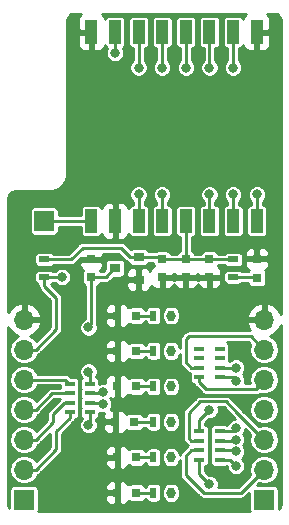
<source format=gbr>
G04 #@! TF.GenerationSoftware,KiCad,Pcbnew,(5.0.0)*
G04 #@! TF.CreationDate,2018-12-13T13:47:45+00:00*
G04 #@! TF.ProjectId,LoraThing,4C6F72615468696E672E6B696361645F,rev?*
G04 #@! TF.SameCoordinates,Original*
G04 #@! TF.FileFunction,Copper,L1,Top,Signal*
G04 #@! TF.FilePolarity,Positive*
%FSLAX46Y46*%
G04 Gerber Fmt 4.6, Leading zero omitted, Abs format (unit mm)*
G04 Created by KiCad (PCBNEW (5.0.0)) date 12/13/18 13:47:45*
%MOMM*%
%LPD*%
G01*
G04 APERTURE LIST*
G04 #@! TA.AperFunction,ComponentPad*
%ADD10R,1.700000X1.700000*%
G04 #@! TD*
G04 #@! TA.AperFunction,ComponentPad*
%ADD11O,1.700000X1.700000*%
G04 #@! TD*
G04 #@! TA.AperFunction,SMDPad,CuDef*
%ADD12R,0.800000X0.800000*%
G04 #@! TD*
G04 #@! TA.AperFunction,SMDPad,CuDef*
%ADD13R,0.750000X0.800000*%
G04 #@! TD*
G04 #@! TA.AperFunction,SMDPad,CuDef*
%ADD14R,0.500000X0.900000*%
G04 #@! TD*
G04 #@! TA.AperFunction,SMDPad,CuDef*
%ADD15R,0.900000X0.500000*%
G04 #@! TD*
G04 #@! TA.AperFunction,SMDPad,CuDef*
%ADD16R,0.900000X0.800000*%
G04 #@! TD*
G04 #@! TA.AperFunction,SMDPad,CuDef*
%ADD17R,1.000000X2.000000*%
G04 #@! TD*
G04 #@! TA.AperFunction,SMDPad,CuDef*
%ADD18R,0.900000X0.400000*%
G04 #@! TD*
G04 #@! TA.AperFunction,ViaPad*
%ADD19C,0.800000*%
G04 #@! TD*
G04 #@! TA.AperFunction,Conductor*
%ADD20C,0.250000*%
G04 #@! TD*
G04 #@! TA.AperFunction,Conductor*
%ADD21C,0.254000*%
G04 #@! TD*
G04 APERTURE END LIST*
D10*
G04 #@! TO.P,J2,1*
G04 #@! TO.N,/EXT_GPIO1*
X133620000Y-68580000D03*
D11*
G04 #@! TO.P,J2,2*
G04 #@! TO.N,/EXT_GPIO2*
X133620000Y-66040000D03*
G04 #@! TO.P,J2,3*
G04 #@! TO.N,/EXT_GPIO3*
X133620000Y-63500000D03*
G04 #@! TO.P,J2,4*
G04 #@! TO.N,/EXT_GPIO4*
X133620000Y-60960000D03*
G04 #@! TO.P,J2,5*
G04 #@! TO.N,/EXT_GPIO5*
X133620000Y-58420000D03*
G04 #@! TO.P,J2,6*
G04 #@! TO.N,/EXT_GPIO6*
X133620000Y-55880000D03*
G04 #@! TO.P,J2,7*
G04 #@! TO.N,GND*
X133620000Y-53340000D03*
G04 #@! TD*
D10*
G04 #@! TO.P,J1,1*
G04 #@! TO.N,VCC*
X113300000Y-68580000D03*
D11*
G04 #@! TO.P,J1,2*
G04 #@! TO.N,/SPI_EXT_SCK*
X113300000Y-66040000D03*
G04 #@! TO.P,J1,3*
G04 #@! TO.N,/SPI_EXT_MOSI*
X113300000Y-63500000D03*
G04 #@! TO.P,J1,4*
G04 #@! TO.N,/SPI_EXT_MISO*
X113300000Y-60960000D03*
G04 #@! TO.P,J1,5*
G04 #@! TO.N,/SPI_EXT_CS*
X113300000Y-58420000D03*
G04 #@! TO.P,J1,6*
G04 #@! TO.N,/RESET*
X113300000Y-55880000D03*
G04 #@! TO.P,J1,7*
G04 #@! TO.N,GND*
X113300000Y-53340000D03*
G04 #@! TD*
D12*
G04 #@! TO.P,D7,1*
G04 #@! TO.N,GND*
X133000000Y-48200000D03*
G04 #@! TO.P,D7,2*
G04 #@! TO.N,Net-(D7-Pad2)*
X133000000Y-49800000D03*
G04 #@! TD*
D13*
G04 #@! TO.P,C1,2*
G04 #@! TO.N,GND*
X119000000Y-48250000D03*
G04 #@! TO.P,C1,1*
G04 #@! TO.N,VCC*
X119000000Y-49750000D03*
G04 #@! TD*
G04 #@! TO.P,C2,1*
G04 #@! TO.N,+3V3*
X125000000Y-48250000D03*
G04 #@! TO.P,C2,2*
G04 #@! TO.N,GND*
X125000000Y-49750000D03*
G04 #@! TD*
G04 #@! TO.P,C3,2*
G04 #@! TO.N,GND*
X129000000Y-49750000D03*
G04 #@! TO.P,C3,1*
G04 #@! TO.N,+3V3*
X129000000Y-48250000D03*
G04 #@! TD*
G04 #@! TO.P,C4,1*
G04 #@! TO.N,+3V3*
X127000000Y-48250000D03*
G04 #@! TO.P,C4,2*
G04 #@! TO.N,GND*
X127000000Y-49750000D03*
G04 #@! TD*
D12*
G04 #@! TO.P,D1,2*
G04 #@! TO.N,Net-(D1-Pad2)*
X122800000Y-68000000D03*
G04 #@! TO.P,D1,1*
G04 #@! TO.N,GND*
X121200000Y-68000000D03*
G04 #@! TD*
G04 #@! TO.P,D2,1*
G04 #@! TO.N,GND*
X121200000Y-65000000D03*
G04 #@! TO.P,D2,2*
G04 #@! TO.N,Net-(D2-Pad2)*
X122800000Y-65000000D03*
G04 #@! TD*
G04 #@! TO.P,D3,2*
G04 #@! TO.N,Net-(D3-Pad2)*
X122600000Y-62000000D03*
G04 #@! TO.P,D3,1*
G04 #@! TO.N,GND*
X121000000Y-62000000D03*
G04 #@! TD*
G04 #@! TO.P,D4,1*
G04 #@! TO.N,GND*
X121200000Y-59000000D03*
G04 #@! TO.P,D4,2*
G04 #@! TO.N,Net-(D4-Pad2)*
X122800000Y-59000000D03*
G04 #@! TD*
G04 #@! TO.P,D5,2*
G04 #@! TO.N,Net-(D5-Pad2)*
X122800000Y-56000000D03*
G04 #@! TO.P,D5,1*
G04 #@! TO.N,GND*
X121200000Y-56000000D03*
G04 #@! TD*
G04 #@! TO.P,D6,1*
G04 #@! TO.N,GND*
X121200000Y-53000000D03*
G04 #@! TO.P,D6,2*
G04 #@! TO.N,Net-(D6-Pad2)*
X122800000Y-53000000D03*
G04 #@! TD*
D10*
G04 #@! TO.P,J3,1*
G04 #@! TO.N,/ANTENNA*
X115000000Y-45000000D03*
G04 #@! TD*
D14*
G04 #@! TO.P,R1,2*
G04 #@! TO.N,Net-(JP1-Pad2)*
X125750000Y-68000000D03*
G04 #@! TO.P,R1,1*
G04 #@! TO.N,Net-(D1-Pad2)*
X124250000Y-68000000D03*
G04 #@! TD*
G04 #@! TO.P,R2,1*
G04 #@! TO.N,Net-(D2-Pad2)*
X124250000Y-65000000D03*
G04 #@! TO.P,R2,2*
G04 #@! TO.N,Net-(JP2-Pad2)*
X125750000Y-65000000D03*
G04 #@! TD*
G04 #@! TO.P,R3,2*
G04 #@! TO.N,Net-(JP3-Pad2)*
X125750000Y-62000000D03*
G04 #@! TO.P,R3,1*
G04 #@! TO.N,Net-(D3-Pad2)*
X124250000Y-62000000D03*
G04 #@! TD*
G04 #@! TO.P,R4,2*
G04 #@! TO.N,Net-(JP4-Pad2)*
X125750000Y-59000000D03*
G04 #@! TO.P,R4,1*
G04 #@! TO.N,Net-(D4-Pad2)*
X124250000Y-59000000D03*
G04 #@! TD*
G04 #@! TO.P,R5,1*
G04 #@! TO.N,Net-(D5-Pad2)*
X124250000Y-56000000D03*
G04 #@! TO.P,R5,2*
G04 #@! TO.N,Net-(JP5-Pad2)*
X125750000Y-56000000D03*
G04 #@! TD*
G04 #@! TO.P,R6,2*
G04 #@! TO.N,Net-(JP6-Pad2)*
X125750000Y-53000000D03*
G04 #@! TO.P,R6,1*
G04 #@! TO.N,Net-(D6-Pad2)*
X124250000Y-53000000D03*
G04 #@! TD*
D15*
G04 #@! TO.P,R7,1*
G04 #@! TO.N,Net-(D7-Pad2)*
X131000000Y-49750000D03*
G04 #@! TO.P,R7,2*
G04 #@! TO.N,+3V3*
X131000000Y-48250000D03*
G04 #@! TD*
G04 #@! TO.P,R8,1*
G04 #@! TO.N,/RESET*
X115000000Y-49750000D03*
G04 #@! TO.P,R8,2*
G04 #@! TO.N,+3V3*
X115000000Y-48250000D03*
G04 #@! TD*
D16*
G04 #@! TO.P,U1,3*
G04 #@! TO.N,VCC*
X121000000Y-49000000D03*
G04 #@! TO.P,U1,2*
G04 #@! TO.N,+3V3*
X123000000Y-48050000D03*
G04 #@! TO.P,U1,1*
G04 #@! TO.N,GND*
X123000000Y-49950000D03*
G04 #@! TD*
D17*
G04 #@! TO.P,U2,16*
G04 #@! TO.N,/GPIO3*
X133000000Y-45000000D03*
G04 #@! TO.P,U2,15*
G04 #@! TO.N,/GPIO2*
X131000000Y-45000000D03*
G04 #@! TO.P,U2,14*
G04 #@! TO.N,/GPIO1*
X129000000Y-45000000D03*
G04 #@! TO.P,U2,13*
G04 #@! TO.N,+3V3*
X127000000Y-45000000D03*
G04 #@! TO.P,U2,12*
G04 #@! TO.N,/GPIO5*
X125000000Y-45000000D03*
G04 #@! TO.P,U2,11*
G04 #@! TO.N,/GPIO4*
X123000000Y-45000000D03*
G04 #@! TO.P,U2,10*
G04 #@! TO.N,GND*
X121000000Y-45000000D03*
G04 #@! TO.P,U2,9*
G04 #@! TO.N,/ANTENNA*
X119000000Y-45000000D03*
G04 #@! TO.P,U2,8*
G04 #@! TO.N,GND*
X119000000Y-29000000D03*
G04 #@! TO.P,U2,7*
G04 #@! TO.N,/GPIO6*
X121000000Y-29000000D03*
G04 #@! TO.P,U2,6*
G04 #@! TO.N,/RESET*
X123000000Y-29000000D03*
G04 #@! TO.P,U2,5*
G04 #@! TO.N,/SPI_CS*
X125000000Y-29000000D03*
G04 #@! TO.P,U2,4*
G04 #@! TO.N,/SPI_SCK*
X127000000Y-29000000D03*
G04 #@! TO.P,U2,3*
G04 #@! TO.N,/SPI_MOSI*
X129000000Y-29000000D03*
G04 #@! TO.P,U2,2*
G04 #@! TO.N,/SPI_MISO*
X131000000Y-29000000D03*
G04 #@! TO.P,U2,1*
G04 #@! TO.N,GND*
X133000000Y-29000000D03*
G04 #@! TD*
D18*
G04 #@! TO.P,RN1,5*
G04 #@! TO.N,/SPI_EXT_CS*
X117150000Y-58800000D03*
G04 #@! TO.P,RN1,6*
G04 #@! TO.N,/SPI_EXT_MISO*
X117150000Y-59600000D03*
G04 #@! TO.P,RN1,7*
G04 #@! TO.N,/SPI_EXT_MOSI*
X117150000Y-60400000D03*
G04 #@! TO.P,RN1,8*
G04 #@! TO.N,/SPI_EXT_SCK*
X117150000Y-61200000D03*
G04 #@! TO.P,RN1,4*
G04 #@! TO.N,/SPI_CS*
X118850000Y-58800000D03*
G04 #@! TO.P,RN1,1*
G04 #@! TO.N,/SPI_SCK*
X118850000Y-61200000D03*
G04 #@! TO.P,RN1,3*
G04 #@! TO.N,/SPI_MISO*
X118850000Y-59600000D03*
G04 #@! TO.P,RN1,2*
G04 #@! TO.N,/SPI_MOSI*
X118850000Y-60400000D03*
G04 #@! TD*
G04 #@! TO.P,RN2,2*
G04 #@! TO.N,/GPIO2*
X129850000Y-64400000D03*
G04 #@! TO.P,RN2,3*
G04 #@! TO.N,/GPIO3*
X129850000Y-63600000D03*
G04 #@! TO.P,RN2,1*
G04 #@! TO.N,/GPIO1*
X129850000Y-65200000D03*
G04 #@! TO.P,RN2,4*
G04 #@! TO.N,/GPIO4*
X129850000Y-62800000D03*
G04 #@! TO.P,RN2,8*
G04 #@! TO.N,/EXT_GPIO1*
X128150000Y-65200000D03*
G04 #@! TO.P,RN2,7*
G04 #@! TO.N,/EXT_GPIO2*
X128150000Y-64400000D03*
G04 #@! TO.P,RN2,6*
G04 #@! TO.N,/EXT_GPIO3*
X128150000Y-63600000D03*
G04 #@! TO.P,RN2,5*
G04 #@! TO.N,/EXT_GPIO4*
X128150000Y-62800000D03*
G04 #@! TD*
G04 #@! TO.P,RN3,5*
G04 #@! TO.N,Net-(RN3-Pad5)*
X128150000Y-55800000D03*
G04 #@! TO.P,RN3,6*
G04 #@! TO.N,Net-(RN3-Pad6)*
X128150000Y-56600000D03*
G04 #@! TO.P,RN3,7*
G04 #@! TO.N,/EXT_GPIO6*
X128150000Y-57400000D03*
G04 #@! TO.P,RN3,8*
G04 #@! TO.N,/EXT_GPIO5*
X128150000Y-58200000D03*
G04 #@! TO.P,RN3,4*
G04 #@! TO.N,Net-(RN3-Pad4)*
X129850000Y-55800000D03*
G04 #@! TO.P,RN3,1*
G04 #@! TO.N,/GPIO5*
X129850000Y-58200000D03*
G04 #@! TO.P,RN3,3*
G04 #@! TO.N,Net-(RN3-Pad3)*
X129850000Y-56600000D03*
G04 #@! TO.P,RN3,2*
G04 #@! TO.N,/GPIO6*
X129850000Y-57400000D03*
G04 #@! TD*
D19*
G04 #@! TO.N,GND*
X117000000Y-44000000D03*
X117000000Y-43000000D03*
X116000000Y-43000000D03*
X115000000Y-43000000D03*
X114000000Y-43000000D03*
X113000000Y-43000000D03*
X113000000Y-44000000D03*
X113000000Y-45000000D03*
X113000000Y-46000000D03*
X113000000Y-47000000D03*
X114000000Y-47000000D03*
X115000000Y-47000000D03*
X116000000Y-47000000D03*
X117000000Y-47000000D03*
X117000000Y-46000000D03*
X117750000Y-43500000D03*
X117750000Y-46500000D03*
X117500000Y-41500000D03*
X120000000Y-37500000D03*
X127000000Y-38500000D03*
X132500000Y-38500000D03*
X131000000Y-52000000D03*
X117500000Y-52000000D03*
X119000000Y-66500000D03*
G04 #@! TO.N,VCC*
X118750000Y-54000000D03*
G04 #@! TO.N,/RESET*
X123000000Y-32000000D03*
X116500000Y-49750000D03*
G04 #@! TO.N,/EXT_GPIO1*
X129000000Y-67250000D03*
G04 #@! TO.N,/EXT_GPIO4*
X129000000Y-61000000D03*
G04 #@! TO.N,/GPIO1*
X131250000Y-65750000D03*
X129000000Y-42750000D03*
G04 #@! TO.N,Net-(JP1-Pad2)*
X125750000Y-68000000D03*
G04 #@! TO.N,Net-(JP2-Pad2)*
X125750000Y-65000000D03*
G04 #@! TO.N,/GPIO2*
X131250000Y-64500000D03*
X131000000Y-42750000D03*
G04 #@! TO.N,Net-(JP3-Pad2)*
X125750000Y-62000000D03*
G04 #@! TO.N,/GPIO3*
X131250000Y-63500000D03*
X133000000Y-42750000D03*
G04 #@! TO.N,/GPIO4*
X131250000Y-62500000D03*
X123000000Y-42750000D03*
G04 #@! TO.N,Net-(JP4-Pad2)*
X125750000Y-59000000D03*
G04 #@! TO.N,Net-(JP5-Pad2)*
X125750000Y-56000000D03*
G04 #@! TO.N,/GPIO5*
X131250000Y-58500000D03*
X125000000Y-42750000D03*
G04 #@! TO.N,/GPIO6*
X121000000Y-30750000D03*
X131250000Y-57400000D03*
G04 #@! TO.N,Net-(JP6-Pad2)*
X125750000Y-53000000D03*
G04 #@! TO.N,/SPI_CS*
X118750000Y-57750000D03*
X125000000Y-32000000D03*
G04 #@! TO.N,/SPI_MISO*
X120000000Y-59500000D03*
X131000000Y-32000000D03*
G04 #@! TO.N,/SPI_MOSI*
X120000000Y-60500000D03*
X129000000Y-32000000D03*
G04 #@! TO.N,/SPI_SCK*
X118750000Y-62250000D03*
X127000000Y-32000000D03*
G04 #@! TD*
D20*
G04 #@! TO.N,VCC*
X120950000Y-49000000D02*
X121000000Y-49000000D01*
X120200000Y-49750000D02*
X120950000Y-49000000D01*
X119000000Y-49750000D02*
X120200000Y-49750000D01*
X119000000Y-53750000D02*
X118750000Y-54000000D01*
X119000000Y-49750000D02*
X119000000Y-53750000D01*
G04 #@! TO.N,+3V3*
X124800000Y-48050000D02*
X125000000Y-48250000D01*
X123000000Y-48050000D02*
X124800000Y-48050000D01*
X125000000Y-48250000D02*
X127000000Y-48250000D01*
X129000000Y-48250000D02*
X127000000Y-48250000D01*
X129000000Y-48250000D02*
X131000000Y-48250000D01*
X127000000Y-45000000D02*
X127000000Y-48250000D01*
X122300000Y-48050000D02*
X121500000Y-47250000D01*
X123000000Y-48050000D02*
X122300000Y-48050000D01*
X121500000Y-47250000D02*
X118250000Y-47250000D01*
X118250000Y-47250000D02*
X117250000Y-48250000D01*
X117250000Y-48250000D02*
X115000000Y-48250000D01*
G04 #@! TO.N,Net-(D1-Pad2)*
X122800000Y-68000000D02*
X124250000Y-68000000D01*
G04 #@! TO.N,Net-(D2-Pad2)*
X122800000Y-65000000D02*
X124250000Y-65000000D01*
G04 #@! TO.N,Net-(D3-Pad2)*
X122600000Y-62000000D02*
X124250000Y-62000000D01*
G04 #@! TO.N,Net-(D4-Pad2)*
X122800000Y-59000000D02*
X124250000Y-59000000D01*
G04 #@! TO.N,Net-(D5-Pad2)*
X122800000Y-56000000D02*
X124250000Y-56000000D01*
G04 #@! TO.N,Net-(D6-Pad2)*
X122800000Y-53000000D02*
X124250000Y-53000000D01*
G04 #@! TO.N,Net-(D7-Pad2)*
X132950000Y-49750000D02*
X133000000Y-49800000D01*
X131000000Y-49750000D02*
X132950000Y-49750000D01*
G04 #@! TO.N,/RESET*
X123000000Y-29000000D02*
X123000000Y-32000000D01*
X123000000Y-32000000D02*
X123000000Y-32000000D01*
X115000000Y-49750000D02*
X116500000Y-49750000D01*
X115000000Y-49750000D02*
X115000000Y-50500000D01*
X115000000Y-50500000D02*
X116000000Y-51500000D01*
X116000000Y-54180000D02*
X114300000Y-55880000D01*
X116000000Y-51500000D02*
X116000000Y-54180000D01*
X114300000Y-55880000D02*
X113300000Y-55880000D01*
G04 #@! TO.N,/SPI_EXT_CS*
X116770000Y-58420000D02*
X117150000Y-58800000D01*
X114300000Y-58420000D02*
X116770000Y-58420000D01*
X114300000Y-58420000D02*
X113300000Y-58420000D01*
G04 #@! TO.N,/SPI_EXT_MISO*
X115660000Y-59600000D02*
X117150000Y-59600000D01*
X114300000Y-60960000D02*
X115660000Y-59600000D01*
X114300000Y-60960000D02*
X113300000Y-60960000D01*
G04 #@! TO.N,/SPI_EXT_MOSI*
X116714998Y-60400000D02*
X115750000Y-61364998D01*
X117150000Y-60400000D02*
X116714998Y-60400000D01*
X115750000Y-62050000D02*
X114300000Y-63500000D01*
X115750000Y-61364998D02*
X115750000Y-62050000D01*
X114300000Y-63500000D02*
X113300000Y-63500000D01*
G04 #@! TO.N,/SPI_EXT_SCK*
X117150000Y-61650000D02*
X116000000Y-62800000D01*
X117150000Y-61200000D02*
X117150000Y-61650000D01*
X116000000Y-64340000D02*
X114300000Y-66040000D01*
X116000000Y-62800000D02*
X116000000Y-64340000D01*
X114300000Y-66040000D02*
X113300000Y-66040000D01*
G04 #@! TO.N,/EXT_GPIO1*
X128150000Y-65200000D02*
X128150000Y-66400000D01*
X128150000Y-66400000D02*
X129000000Y-67250000D01*
X129000000Y-67250000D02*
X129000000Y-67250000D01*
G04 #@! TO.N,/EXT_GPIO2*
X127450000Y-64400000D02*
X127000000Y-64850000D01*
X128150000Y-64400000D02*
X127450000Y-64400000D01*
X127000000Y-64850000D02*
X127000000Y-66500000D01*
X127000000Y-66500000D02*
X128500000Y-68000000D01*
X131660000Y-68000000D02*
X128500000Y-68000000D01*
X133620000Y-66040000D02*
X131660000Y-68000000D01*
G04 #@! TO.N,/EXT_GPIO3*
X127250000Y-61250000D02*
X128225001Y-60274999D01*
X127250000Y-63400000D02*
X127250000Y-61250000D01*
X128150000Y-63600000D02*
X127450000Y-63600000D01*
X127450000Y-63600000D02*
X127250000Y-63400000D01*
X131370000Y-61250000D02*
X133620000Y-63500000D01*
X130394999Y-60274999D02*
X131370000Y-61250000D01*
X128225001Y-60274999D02*
X130394999Y-60274999D01*
G04 #@! TO.N,/EXT_GPIO4*
X128150000Y-61850000D02*
X129000000Y-61000000D01*
X128150000Y-62800000D02*
X128150000Y-61850000D01*
G04 #@! TO.N,/EXT_GPIO5*
X133620000Y-58580002D02*
X133620000Y-58420000D01*
X132975001Y-59225001D02*
X133620000Y-58580002D01*
X128725001Y-59225001D02*
X132975001Y-59225001D01*
X128150000Y-58200000D02*
X128150000Y-58650000D01*
X128150000Y-58650000D02*
X128725001Y-59225001D01*
G04 #@! TO.N,/EXT_GPIO6*
X127450000Y-57400000D02*
X128150000Y-57400000D01*
X127000000Y-56950000D02*
X127450000Y-57400000D01*
X127000000Y-55000000D02*
X127000000Y-56950000D01*
X127250000Y-54750000D02*
X127000000Y-55000000D01*
X132490000Y-54750000D02*
X133620000Y-55880000D01*
X127250000Y-54750000D02*
X132490000Y-54750000D01*
G04 #@! TO.N,/ANTENNA*
X116100000Y-45000000D02*
X119000000Y-45000000D01*
X115000000Y-45000000D02*
X116100000Y-45000000D01*
G04 #@! TO.N,/GPIO1*
X130700000Y-65200000D02*
X131250000Y-65750000D01*
X129850000Y-65200000D02*
X130700000Y-65200000D01*
X129000000Y-45000000D02*
X129000000Y-42750000D01*
X129000000Y-42750000D02*
X129000000Y-42750000D01*
G04 #@! TO.N,/GPIO2*
X131150000Y-64400000D02*
X131250000Y-64500000D01*
X129850000Y-64400000D02*
X131150000Y-64400000D01*
X131000000Y-45000000D02*
X131000000Y-42750000D01*
X131000000Y-42750000D02*
X131000000Y-42750000D01*
G04 #@! TO.N,/GPIO3*
X131150000Y-63600000D02*
X131250000Y-63500000D01*
X129850000Y-63600000D02*
X131150000Y-63600000D01*
X133000000Y-45000000D02*
X133000000Y-42750000D01*
X133000000Y-42750000D02*
X133000000Y-42750000D01*
G04 #@! TO.N,/GPIO4*
X130950000Y-62800000D02*
X131250000Y-62500000D01*
X129850000Y-62800000D02*
X130950000Y-62800000D01*
X123000000Y-45000000D02*
X123000000Y-42750000D01*
X123000000Y-42750000D02*
X123000000Y-42750000D01*
G04 #@! TO.N,/GPIO5*
X125000000Y-45000000D02*
X125000000Y-43750000D01*
X125000000Y-43750000D02*
X125000000Y-42750000D01*
X125000000Y-42750000D02*
X125000000Y-42750000D01*
X130950000Y-58200000D02*
X131250000Y-58500000D01*
X129850000Y-58200000D02*
X130950000Y-58200000D01*
G04 #@! TO.N,/GPIO6*
X121000000Y-29000000D02*
X121000000Y-30750000D01*
X121000000Y-30750000D02*
X121000000Y-30750000D01*
X129850000Y-57400000D02*
X131150000Y-57400000D01*
X131150000Y-57400000D02*
X131150000Y-57400000D01*
G04 #@! TO.N,/SPI_CS*
X125000000Y-29000000D02*
X125000000Y-32000000D01*
X125000000Y-32000000D02*
X125000000Y-32000000D01*
X118850000Y-57850000D02*
X118750000Y-57750000D01*
X118850000Y-58800000D02*
X118850000Y-57850000D01*
G04 #@! TO.N,/SPI_MISO*
X131000000Y-29000000D02*
X131000000Y-32000000D01*
X131000000Y-31750000D02*
X131000000Y-32000000D01*
X131000000Y-32000000D02*
X131000000Y-31750000D01*
X119900000Y-59600000D02*
X120000000Y-59500000D01*
X118850000Y-59600000D02*
X119900000Y-59600000D01*
G04 #@! TO.N,/SPI_MOSI*
X129000000Y-29000000D02*
X129000000Y-32000000D01*
X129000000Y-32000000D02*
X129000000Y-32000000D01*
X119900000Y-60400000D02*
X120000000Y-60500000D01*
X118850000Y-60400000D02*
X119900000Y-60400000D01*
G04 #@! TO.N,/SPI_SCK*
X127000000Y-29000000D02*
X127000000Y-32000000D01*
X127000000Y-32000000D02*
X127000000Y-32000000D01*
X118850000Y-62150000D02*
X118750000Y-62250000D01*
X118850000Y-61200000D02*
X118850000Y-62150000D01*
G04 #@! TD*
D21*
G04 #@! TO.N,GND*
G36*
X134706322Y-27501895D02*
X134881233Y-27618767D01*
X134998105Y-27793679D01*
X135026401Y-27935932D01*
X135023001Y-27953025D01*
X135023000Y-52890216D01*
X134891645Y-52573076D01*
X134501358Y-52144817D01*
X133976892Y-51898514D01*
X133747000Y-52019181D01*
X133747000Y-53213000D01*
X133767000Y-53213000D01*
X133767000Y-53467000D01*
X133747000Y-53467000D01*
X133747000Y-53487000D01*
X133493000Y-53487000D01*
X133493000Y-53467000D01*
X132299845Y-53467000D01*
X132178524Y-53696890D01*
X132348355Y-54106924D01*
X132471343Y-54241878D01*
X132440566Y-54248000D01*
X127299433Y-54248000D01*
X127249999Y-54238167D01*
X127200565Y-54248000D01*
X127200561Y-54248000D01*
X127054130Y-54277127D01*
X126888079Y-54388079D01*
X126860073Y-54429993D01*
X126679993Y-54610073D01*
X126638079Y-54638079D01*
X126527127Y-54804131D01*
X126498000Y-54950562D01*
X126498000Y-54950566D01*
X126488167Y-55000000D01*
X126498000Y-55049434D01*
X126498000Y-55775434D01*
X126408709Y-55559865D01*
X126380795Y-55531951D01*
X126355125Y-55402902D01*
X126271801Y-55278199D01*
X126147098Y-55194875D01*
X126000000Y-55165615D01*
X125500000Y-55165615D01*
X125352902Y-55194875D01*
X125228199Y-55278199D01*
X125144875Y-55402902D01*
X125119205Y-55531951D01*
X125091291Y-55559865D01*
X124973000Y-55845445D01*
X124973000Y-56154555D01*
X125091291Y-56440135D01*
X125119205Y-56468049D01*
X125144875Y-56597098D01*
X125228199Y-56721801D01*
X125352902Y-56805125D01*
X125500000Y-56834385D01*
X126000000Y-56834385D01*
X126147098Y-56805125D01*
X126271801Y-56721801D01*
X126355125Y-56597098D01*
X126380795Y-56468049D01*
X126408709Y-56440135D01*
X126498001Y-56224566D01*
X126498001Y-56900561D01*
X126488167Y-56950000D01*
X126527128Y-57145870D01*
X126610074Y-57270008D01*
X126610076Y-57270010D01*
X126638080Y-57311921D01*
X126679990Y-57339925D01*
X127060076Y-57720012D01*
X127088079Y-57761921D01*
X127129987Y-57789923D01*
X127129990Y-57789926D01*
X127202057Y-57838079D01*
X127254130Y-57872873D01*
X127337600Y-57889476D01*
X127315615Y-58000000D01*
X127315615Y-58400000D01*
X127344875Y-58547098D01*
X127428199Y-58671801D01*
X127552902Y-58755125D01*
X127663452Y-58777115D01*
X127677128Y-58845870D01*
X127760074Y-58970008D01*
X127760076Y-58970010D01*
X127788080Y-59011921D01*
X127829991Y-59039925D01*
X128335077Y-59545013D01*
X128363080Y-59586922D01*
X128404988Y-59614924D01*
X128404991Y-59614927D01*
X128490110Y-59671801D01*
X128529131Y-59697874D01*
X128675562Y-59727001D01*
X128675566Y-59727001D01*
X128725000Y-59736834D01*
X128774434Y-59727001D01*
X132925567Y-59727001D01*
X132975001Y-59736834D01*
X133024435Y-59727001D01*
X133024440Y-59727001D01*
X133170871Y-59697874D01*
X133304851Y-59608351D01*
X133499153Y-59647000D01*
X133740847Y-59647000D01*
X134098752Y-59575808D01*
X134504617Y-59304617D01*
X134775808Y-58898752D01*
X134871038Y-58420000D01*
X134775808Y-57941248D01*
X134504617Y-57535383D01*
X134098752Y-57264192D01*
X133740847Y-57193000D01*
X133499153Y-57193000D01*
X133141248Y-57264192D01*
X132735383Y-57535383D01*
X132464192Y-57941248D01*
X132368962Y-58420000D01*
X132429233Y-58723001D01*
X131998649Y-58723001D01*
X132027000Y-58654555D01*
X132027000Y-58345445D01*
X131908709Y-58059865D01*
X131798844Y-57950000D01*
X131908709Y-57840135D01*
X132027000Y-57554555D01*
X132027000Y-57245445D01*
X131908709Y-56959865D01*
X131690135Y-56741291D01*
X131404555Y-56623000D01*
X131095445Y-56623000D01*
X130809865Y-56741291D01*
X130667805Y-56883351D01*
X130684385Y-56800000D01*
X130684385Y-56400000D01*
X130655125Y-56252902D01*
X130619777Y-56200000D01*
X130655125Y-56147098D01*
X130684385Y-56000000D01*
X130684385Y-55600000D01*
X130655125Y-55452902D01*
X130571801Y-55328199D01*
X130457761Y-55252000D01*
X132282066Y-55252000D01*
X132458737Y-55428672D01*
X132368962Y-55880000D01*
X132464192Y-56358752D01*
X132735383Y-56764617D01*
X133141248Y-57035808D01*
X133499153Y-57107000D01*
X133740847Y-57107000D01*
X134098752Y-57035808D01*
X134504617Y-56764617D01*
X134775808Y-56358752D01*
X134871038Y-55880000D01*
X134775808Y-55401248D01*
X134504617Y-54995383D01*
X134098809Y-54724230D01*
X134501358Y-54535183D01*
X134891645Y-54106924D01*
X135023000Y-53789784D01*
X135023000Y-68953018D01*
X134974555Y-69196568D01*
X134863209Y-69363209D01*
X134854385Y-69369105D01*
X134854385Y-67730000D01*
X134825125Y-67582902D01*
X134741801Y-67458199D01*
X134617098Y-67374875D01*
X134470000Y-67345615D01*
X133024320Y-67345615D01*
X133168672Y-67201263D01*
X133499153Y-67267000D01*
X133740847Y-67267000D01*
X134098752Y-67195808D01*
X134504617Y-66924617D01*
X134775808Y-66518752D01*
X134871038Y-66040000D01*
X134775808Y-65561248D01*
X134504617Y-65155383D01*
X134098752Y-64884192D01*
X133740847Y-64813000D01*
X133499153Y-64813000D01*
X133141248Y-64884192D01*
X132735383Y-65155383D01*
X132464192Y-65561248D01*
X132368962Y-66040000D01*
X132458737Y-66491328D01*
X131452066Y-67498000D01*
X129738294Y-67498000D01*
X129777000Y-67404555D01*
X129777000Y-67095445D01*
X129658709Y-66809865D01*
X129440135Y-66591291D01*
X129154555Y-66473000D01*
X128932935Y-66473000D01*
X128652000Y-66192066D01*
X128652000Y-65774041D01*
X128747098Y-65755125D01*
X128871801Y-65671801D01*
X128955125Y-65547098D01*
X128984385Y-65400000D01*
X128984385Y-65000000D01*
X128955125Y-64852902D01*
X128919777Y-64800000D01*
X128955125Y-64747098D01*
X128984385Y-64600000D01*
X128984385Y-64200000D01*
X128955125Y-64052902D01*
X128919777Y-64000000D01*
X128955125Y-63947098D01*
X128984385Y-63800000D01*
X128984385Y-63400000D01*
X128955125Y-63252902D01*
X128919777Y-63200000D01*
X128955125Y-63147098D01*
X128984385Y-63000000D01*
X128984385Y-62600000D01*
X128955125Y-62452902D01*
X128871801Y-62328199D01*
X128747098Y-62244875D01*
X128652000Y-62225959D01*
X128652000Y-62057934D01*
X128932935Y-61777000D01*
X129154555Y-61777000D01*
X129440135Y-61658709D01*
X129658709Y-61440135D01*
X129777000Y-61154555D01*
X129777000Y-60845445D01*
X129748649Y-60776999D01*
X130187065Y-60776999D01*
X131049991Y-61639926D01*
X131049994Y-61639928D01*
X131133066Y-61723000D01*
X131095445Y-61723000D01*
X130809865Y-61841291D01*
X130591291Y-62059865D01*
X130500012Y-62280231D01*
X130447098Y-62244875D01*
X130300000Y-62215615D01*
X129400000Y-62215615D01*
X129252902Y-62244875D01*
X129128199Y-62328199D01*
X129044875Y-62452902D01*
X129015615Y-62600000D01*
X129015615Y-63000000D01*
X129044875Y-63147098D01*
X129080223Y-63200000D01*
X129044875Y-63252902D01*
X129015615Y-63400000D01*
X129015615Y-63800000D01*
X129044875Y-63947098D01*
X129080223Y-64000000D01*
X129044875Y-64052902D01*
X129015615Y-64200000D01*
X129015615Y-64600000D01*
X129044875Y-64747098D01*
X129080223Y-64800000D01*
X129044875Y-64852902D01*
X129015615Y-65000000D01*
X129015615Y-65400000D01*
X129044875Y-65547098D01*
X129128199Y-65671801D01*
X129252902Y-65755125D01*
X129400000Y-65784385D01*
X130300000Y-65784385D01*
X130447098Y-65755125D01*
X130473000Y-65737818D01*
X130473000Y-65904555D01*
X130591291Y-66190135D01*
X130809865Y-66408709D01*
X131095445Y-66527000D01*
X131404555Y-66527000D01*
X131690135Y-66408709D01*
X131908709Y-66190135D01*
X132027000Y-65904555D01*
X132027000Y-65595445D01*
X131908709Y-65309865D01*
X131723844Y-65125000D01*
X131908709Y-64940135D01*
X132027000Y-64654555D01*
X132027000Y-64345445D01*
X131908709Y-64059865D01*
X131848844Y-64000000D01*
X131908709Y-63940135D01*
X132027000Y-63654555D01*
X132027000Y-63345445D01*
X131908709Y-63059865D01*
X131848844Y-63000000D01*
X131908709Y-62940135D01*
X132027000Y-62654555D01*
X132027000Y-62616934D01*
X132458737Y-63048672D01*
X132368962Y-63500000D01*
X132464192Y-63978752D01*
X132735383Y-64384617D01*
X133141248Y-64655808D01*
X133499153Y-64727000D01*
X133740847Y-64727000D01*
X134098752Y-64655808D01*
X134504617Y-64384617D01*
X134775808Y-63978752D01*
X134871038Y-63500000D01*
X134775808Y-63021248D01*
X134504617Y-62615383D01*
X134098752Y-62344192D01*
X133740847Y-62273000D01*
X133499153Y-62273000D01*
X133168672Y-62338737D01*
X131789935Y-60960000D01*
X132368962Y-60960000D01*
X132464192Y-61438752D01*
X132735383Y-61844617D01*
X133141248Y-62115808D01*
X133499153Y-62187000D01*
X133740847Y-62187000D01*
X134098752Y-62115808D01*
X134504617Y-61844617D01*
X134775808Y-61438752D01*
X134871038Y-60960000D01*
X134775808Y-60481248D01*
X134504617Y-60075383D01*
X134098752Y-59804192D01*
X133740847Y-59733000D01*
X133499153Y-59733000D01*
X133141248Y-59804192D01*
X132735383Y-60075383D01*
X132464192Y-60481248D01*
X132368962Y-60960000D01*
X131789935Y-60960000D01*
X131759928Y-60929994D01*
X131759926Y-60929991D01*
X130784926Y-59954992D01*
X130756920Y-59913078D01*
X130590869Y-59802126D01*
X130444438Y-59772999D01*
X130444433Y-59772999D01*
X130394999Y-59763166D01*
X130345565Y-59772999D01*
X128274435Y-59772999D01*
X128225001Y-59763166D01*
X128175567Y-59772999D01*
X128175562Y-59772999D01*
X128029131Y-59802126D01*
X127863080Y-59913078D01*
X127835076Y-59954990D01*
X126929992Y-60860074D01*
X126888080Y-60888079D01*
X126860076Y-60929990D01*
X126860074Y-60929992D01*
X126777128Y-61054130D01*
X126738167Y-61250000D01*
X126748001Y-61299439D01*
X126748000Y-63350566D01*
X126738167Y-63400000D01*
X126748000Y-63449434D01*
X126748000Y-63449438D01*
X126777127Y-63595869D01*
X126888079Y-63761921D01*
X126929993Y-63789927D01*
X127060073Y-63920007D01*
X127088079Y-63961921D01*
X127145068Y-64000000D01*
X127129990Y-64010074D01*
X127129987Y-64010077D01*
X127088079Y-64038079D01*
X127060076Y-64079988D01*
X126679993Y-64460073D01*
X126638079Y-64488079D01*
X126527127Y-64654131D01*
X126501377Y-64783585D01*
X126408709Y-64559865D01*
X126380795Y-64531951D01*
X126355125Y-64402902D01*
X126271801Y-64278199D01*
X126147098Y-64194875D01*
X126000000Y-64165615D01*
X125500000Y-64165615D01*
X125352902Y-64194875D01*
X125228199Y-64278199D01*
X125144875Y-64402902D01*
X125119205Y-64531951D01*
X125091291Y-64559865D01*
X124973000Y-64845445D01*
X124973000Y-65154555D01*
X125091291Y-65440135D01*
X125119205Y-65468049D01*
X125144875Y-65597098D01*
X125228199Y-65721801D01*
X125352902Y-65805125D01*
X125500000Y-65834385D01*
X126000000Y-65834385D01*
X126147098Y-65805125D01*
X126271801Y-65721801D01*
X126355125Y-65597098D01*
X126380795Y-65468049D01*
X126408709Y-65440135D01*
X126498000Y-65224567D01*
X126498001Y-66450561D01*
X126488167Y-66500000D01*
X126527128Y-66695870D01*
X126610074Y-66820008D01*
X126610076Y-66820010D01*
X126638080Y-66861921D01*
X126679991Y-66889925D01*
X128110077Y-68320012D01*
X128138079Y-68361921D01*
X128179987Y-68389923D01*
X128179990Y-68389926D01*
X128255134Y-68440135D01*
X128304130Y-68472873D01*
X128450561Y-68502000D01*
X128450565Y-68502000D01*
X128499999Y-68511833D01*
X128549433Y-68502000D01*
X131610566Y-68502000D01*
X131660000Y-68511833D01*
X131709434Y-68502000D01*
X131709439Y-68502000D01*
X131855870Y-68472873D01*
X132021921Y-68361921D01*
X132049927Y-68320007D01*
X132385615Y-67984319D01*
X132385615Y-69430000D01*
X132409087Y-69548000D01*
X114510913Y-69548000D01*
X114534385Y-69430000D01*
X114534385Y-68285750D01*
X120165000Y-68285750D01*
X120165000Y-68526310D01*
X120261673Y-68759699D01*
X120440302Y-68938327D01*
X120673691Y-69035000D01*
X120914250Y-69035000D01*
X121073000Y-68876250D01*
X121073000Y-68127000D01*
X120323750Y-68127000D01*
X120165000Y-68285750D01*
X114534385Y-68285750D01*
X114534385Y-67730000D01*
X114505125Y-67582902D01*
X114432152Y-67473690D01*
X120165000Y-67473690D01*
X120165000Y-67714250D01*
X120323750Y-67873000D01*
X121073000Y-67873000D01*
X121073000Y-67123750D01*
X121327000Y-67123750D01*
X121327000Y-67873000D01*
X121347000Y-67873000D01*
X121347000Y-68127000D01*
X121327000Y-68127000D01*
X121327000Y-68876250D01*
X121485750Y-69035000D01*
X121726309Y-69035000D01*
X121959698Y-68938327D01*
X122138327Y-68759699D01*
X122164648Y-68696155D01*
X122252902Y-68755125D01*
X122400000Y-68784385D01*
X123200000Y-68784385D01*
X123347098Y-68755125D01*
X123471801Y-68671801D01*
X123555125Y-68547098D01*
X123564096Y-68502000D01*
X123625959Y-68502000D01*
X123644875Y-68597098D01*
X123728199Y-68721801D01*
X123852902Y-68805125D01*
X124000000Y-68834385D01*
X124500000Y-68834385D01*
X124647098Y-68805125D01*
X124771801Y-68721801D01*
X124855125Y-68597098D01*
X124884385Y-68450000D01*
X124884385Y-67845445D01*
X124973000Y-67845445D01*
X124973000Y-68154555D01*
X125091291Y-68440135D01*
X125119205Y-68468049D01*
X125144875Y-68597098D01*
X125228199Y-68721801D01*
X125352902Y-68805125D01*
X125500000Y-68834385D01*
X126000000Y-68834385D01*
X126147098Y-68805125D01*
X126271801Y-68721801D01*
X126355125Y-68597098D01*
X126380795Y-68468049D01*
X126408709Y-68440135D01*
X126527000Y-68154555D01*
X126527000Y-67845445D01*
X126408709Y-67559865D01*
X126380795Y-67531951D01*
X126355125Y-67402902D01*
X126271801Y-67278199D01*
X126147098Y-67194875D01*
X126000000Y-67165615D01*
X125500000Y-67165615D01*
X125352902Y-67194875D01*
X125228199Y-67278199D01*
X125144875Y-67402902D01*
X125119205Y-67531951D01*
X125091291Y-67559865D01*
X124973000Y-67845445D01*
X124884385Y-67845445D01*
X124884385Y-67550000D01*
X124855125Y-67402902D01*
X124771801Y-67278199D01*
X124647098Y-67194875D01*
X124500000Y-67165615D01*
X124000000Y-67165615D01*
X123852902Y-67194875D01*
X123728199Y-67278199D01*
X123644875Y-67402902D01*
X123625959Y-67498000D01*
X123564096Y-67498000D01*
X123555125Y-67452902D01*
X123471801Y-67328199D01*
X123347098Y-67244875D01*
X123200000Y-67215615D01*
X122400000Y-67215615D01*
X122252902Y-67244875D01*
X122164648Y-67303845D01*
X122138327Y-67240301D01*
X121959698Y-67061673D01*
X121726309Y-66965000D01*
X121485750Y-66965000D01*
X121327000Y-67123750D01*
X121073000Y-67123750D01*
X120914250Y-66965000D01*
X120673691Y-66965000D01*
X120440302Y-67061673D01*
X120261673Y-67240301D01*
X120165000Y-67473690D01*
X114432152Y-67473690D01*
X114421801Y-67458199D01*
X114297098Y-67374875D01*
X114150000Y-67345615D01*
X112450000Y-67345615D01*
X112302902Y-67374875D01*
X112178199Y-67458199D01*
X112094875Y-67582902D01*
X112065615Y-67730000D01*
X112065615Y-69301686D01*
X112001895Y-69206322D01*
X111973599Y-69064071D01*
X111977000Y-69046975D01*
X111977000Y-58420000D01*
X112048962Y-58420000D01*
X112144192Y-58898752D01*
X112415383Y-59304617D01*
X112821248Y-59575808D01*
X113179153Y-59647000D01*
X113420847Y-59647000D01*
X113778752Y-59575808D01*
X114184617Y-59304617D01*
X114440274Y-58922000D01*
X116315615Y-58922000D01*
X116315615Y-59000000D01*
X116335109Y-59098000D01*
X115709433Y-59098000D01*
X115659999Y-59088167D01*
X115610565Y-59098000D01*
X115610561Y-59098000D01*
X115464130Y-59127127D01*
X115464129Y-59127128D01*
X115464128Y-59127128D01*
X115447739Y-59138079D01*
X115298079Y-59238079D01*
X115270075Y-59279990D01*
X114300801Y-60249265D01*
X114184617Y-60075383D01*
X113778752Y-59804192D01*
X113420847Y-59733000D01*
X113179153Y-59733000D01*
X112821248Y-59804192D01*
X112415383Y-60075383D01*
X112144192Y-60481248D01*
X112048962Y-60960000D01*
X112144192Y-61438752D01*
X112415383Y-61844617D01*
X112821248Y-62115808D01*
X113179153Y-62187000D01*
X113420847Y-62187000D01*
X113778752Y-62115808D01*
X114184617Y-61844617D01*
X114454198Y-61441162D01*
X114495870Y-61432873D01*
X114661921Y-61321921D01*
X114689927Y-61280007D01*
X115867935Y-60102000D01*
X116303062Y-60102000D01*
X115429993Y-60975071D01*
X115388079Y-61003077D01*
X115277127Y-61169129D01*
X115248000Y-61315560D01*
X115248000Y-61315564D01*
X115238167Y-61364998D01*
X115248000Y-61414432D01*
X115248001Y-61842064D01*
X114300801Y-62789265D01*
X114184617Y-62615383D01*
X113778752Y-62344192D01*
X113420847Y-62273000D01*
X113179153Y-62273000D01*
X112821248Y-62344192D01*
X112415383Y-62615383D01*
X112144192Y-63021248D01*
X112048962Y-63500000D01*
X112144192Y-63978752D01*
X112415383Y-64384617D01*
X112821248Y-64655808D01*
X113179153Y-64727000D01*
X113420847Y-64727000D01*
X113778752Y-64655808D01*
X114184617Y-64384617D01*
X114454198Y-63981162D01*
X114495870Y-63972873D01*
X114661921Y-63861921D01*
X114689927Y-63820007D01*
X115498000Y-63011934D01*
X115498001Y-64132064D01*
X114300801Y-65329265D01*
X114184617Y-65155383D01*
X113778752Y-64884192D01*
X113420847Y-64813000D01*
X113179153Y-64813000D01*
X112821248Y-64884192D01*
X112415383Y-65155383D01*
X112144192Y-65561248D01*
X112048962Y-66040000D01*
X112144192Y-66518752D01*
X112415383Y-66924617D01*
X112821248Y-67195808D01*
X113179153Y-67267000D01*
X113420847Y-67267000D01*
X113778752Y-67195808D01*
X114184617Y-66924617D01*
X114454198Y-66521162D01*
X114495870Y-66512873D01*
X114661921Y-66401921D01*
X114689927Y-66360007D01*
X115764184Y-65285750D01*
X120165000Y-65285750D01*
X120165000Y-65526310D01*
X120261673Y-65759699D01*
X120440302Y-65938327D01*
X120673691Y-66035000D01*
X120914250Y-66035000D01*
X121073000Y-65876250D01*
X121073000Y-65127000D01*
X120323750Y-65127000D01*
X120165000Y-65285750D01*
X115764184Y-65285750D01*
X116320010Y-64729925D01*
X116361921Y-64701921D01*
X116393854Y-64654131D01*
X116430023Y-64600000D01*
X116472873Y-64535870D01*
X116485241Y-64473690D01*
X120165000Y-64473690D01*
X120165000Y-64714250D01*
X120323750Y-64873000D01*
X121073000Y-64873000D01*
X121073000Y-64123750D01*
X121327000Y-64123750D01*
X121327000Y-64873000D01*
X121347000Y-64873000D01*
X121347000Y-65127000D01*
X121327000Y-65127000D01*
X121327000Y-65876250D01*
X121485750Y-66035000D01*
X121726309Y-66035000D01*
X121959698Y-65938327D01*
X122138327Y-65759699D01*
X122164648Y-65696155D01*
X122252902Y-65755125D01*
X122400000Y-65784385D01*
X123200000Y-65784385D01*
X123347098Y-65755125D01*
X123471801Y-65671801D01*
X123555125Y-65547098D01*
X123564096Y-65502000D01*
X123625959Y-65502000D01*
X123644875Y-65597098D01*
X123728199Y-65721801D01*
X123852902Y-65805125D01*
X124000000Y-65834385D01*
X124500000Y-65834385D01*
X124647098Y-65805125D01*
X124771801Y-65721801D01*
X124855125Y-65597098D01*
X124884385Y-65450000D01*
X124884385Y-64550000D01*
X124855125Y-64402902D01*
X124771801Y-64278199D01*
X124647098Y-64194875D01*
X124500000Y-64165615D01*
X124000000Y-64165615D01*
X123852902Y-64194875D01*
X123728199Y-64278199D01*
X123644875Y-64402902D01*
X123625959Y-64498000D01*
X123564096Y-64498000D01*
X123555125Y-64452902D01*
X123471801Y-64328199D01*
X123347098Y-64244875D01*
X123200000Y-64215615D01*
X122400000Y-64215615D01*
X122252902Y-64244875D01*
X122164648Y-64303845D01*
X122138327Y-64240301D01*
X121959698Y-64061673D01*
X121726309Y-63965000D01*
X121485750Y-63965000D01*
X121327000Y-64123750D01*
X121073000Y-64123750D01*
X120914250Y-63965000D01*
X120673691Y-63965000D01*
X120440302Y-64061673D01*
X120261673Y-64240301D01*
X120165000Y-64473690D01*
X116485241Y-64473690D01*
X116502000Y-64389439D01*
X116502000Y-64389435D01*
X116511833Y-64340001D01*
X116502000Y-64290567D01*
X116502000Y-63007934D01*
X117470010Y-62039925D01*
X117511921Y-62011921D01*
X117622873Y-61845870D01*
X117636549Y-61777115D01*
X117747098Y-61755125D01*
X117871801Y-61671801D01*
X117955125Y-61547098D01*
X117984385Y-61400000D01*
X117984385Y-61000000D01*
X117955125Y-60852902D01*
X117919777Y-60800000D01*
X117955125Y-60747098D01*
X117984385Y-60600000D01*
X117984385Y-60200000D01*
X117955125Y-60052902D01*
X117919777Y-60000000D01*
X117955125Y-59947098D01*
X117984385Y-59800000D01*
X117984385Y-59400000D01*
X117955125Y-59252902D01*
X117919777Y-59200000D01*
X117955125Y-59147098D01*
X117984385Y-59000000D01*
X117984385Y-58600000D01*
X117955125Y-58452902D01*
X117871801Y-58328199D01*
X117747098Y-58244875D01*
X117600000Y-58215615D01*
X117275550Y-58215615D01*
X117159927Y-58099992D01*
X117131921Y-58058079D01*
X116965870Y-57947127D01*
X116819439Y-57918000D01*
X116819434Y-57918000D01*
X116770000Y-57908167D01*
X116720566Y-57918000D01*
X114440274Y-57918000D01*
X114224750Y-57595445D01*
X117973000Y-57595445D01*
X117973000Y-57904555D01*
X118091291Y-58190135D01*
X118188838Y-58287682D01*
X118128199Y-58328199D01*
X118044875Y-58452902D01*
X118015615Y-58600000D01*
X118015615Y-59000000D01*
X118044875Y-59147098D01*
X118080223Y-59200000D01*
X118044875Y-59252902D01*
X118015615Y-59400000D01*
X118015615Y-59800000D01*
X118044875Y-59947098D01*
X118080223Y-60000000D01*
X118044875Y-60052902D01*
X118015615Y-60200000D01*
X118015615Y-60600000D01*
X118044875Y-60747098D01*
X118080223Y-60800000D01*
X118044875Y-60852902D01*
X118015615Y-61000000D01*
X118015615Y-61400000D01*
X118044875Y-61547098D01*
X118128199Y-61671801D01*
X118188838Y-61712318D01*
X118091291Y-61809865D01*
X117973000Y-62095445D01*
X117973000Y-62404555D01*
X118091291Y-62690135D01*
X118309865Y-62908709D01*
X118595445Y-63027000D01*
X118904555Y-63027000D01*
X119190135Y-62908709D01*
X119408709Y-62690135D01*
X119527000Y-62404555D01*
X119527000Y-62285750D01*
X119965000Y-62285750D01*
X119965000Y-62526310D01*
X120061673Y-62759699D01*
X120240302Y-62938327D01*
X120473691Y-63035000D01*
X120714250Y-63035000D01*
X120873000Y-62876250D01*
X120873000Y-62127000D01*
X120123750Y-62127000D01*
X119965000Y-62285750D01*
X119527000Y-62285750D01*
X119527000Y-62095445D01*
X119408709Y-61809865D01*
X119369420Y-61770576D01*
X119447098Y-61755125D01*
X119571801Y-61671801D01*
X119655125Y-61547098D01*
X119684385Y-61400000D01*
X119684385Y-61210287D01*
X119845445Y-61277000D01*
X120046472Y-61277000D01*
X119965000Y-61473690D01*
X119965000Y-61714250D01*
X120123750Y-61873000D01*
X120873000Y-61873000D01*
X120873000Y-61123750D01*
X121127000Y-61123750D01*
X121127000Y-61873000D01*
X121147000Y-61873000D01*
X121147000Y-62127000D01*
X121127000Y-62127000D01*
X121127000Y-62876250D01*
X121285750Y-63035000D01*
X121526309Y-63035000D01*
X121759698Y-62938327D01*
X121938327Y-62759699D01*
X121964648Y-62696155D01*
X122052902Y-62755125D01*
X122200000Y-62784385D01*
X123000000Y-62784385D01*
X123147098Y-62755125D01*
X123271801Y-62671801D01*
X123355125Y-62547098D01*
X123364096Y-62502000D01*
X123625959Y-62502000D01*
X123644875Y-62597098D01*
X123728199Y-62721801D01*
X123852902Y-62805125D01*
X124000000Y-62834385D01*
X124500000Y-62834385D01*
X124647098Y-62805125D01*
X124771801Y-62721801D01*
X124855125Y-62597098D01*
X124884385Y-62450000D01*
X124884385Y-61845445D01*
X124973000Y-61845445D01*
X124973000Y-62154555D01*
X125091291Y-62440135D01*
X125119205Y-62468049D01*
X125144875Y-62597098D01*
X125228199Y-62721801D01*
X125352902Y-62805125D01*
X125500000Y-62834385D01*
X126000000Y-62834385D01*
X126147098Y-62805125D01*
X126271801Y-62721801D01*
X126355125Y-62597098D01*
X126380795Y-62468049D01*
X126408709Y-62440135D01*
X126527000Y-62154555D01*
X126527000Y-61845445D01*
X126408709Y-61559865D01*
X126380795Y-61531951D01*
X126355125Y-61402902D01*
X126271801Y-61278199D01*
X126147098Y-61194875D01*
X126000000Y-61165615D01*
X125500000Y-61165615D01*
X125352902Y-61194875D01*
X125228199Y-61278199D01*
X125144875Y-61402902D01*
X125119205Y-61531951D01*
X125091291Y-61559865D01*
X124973000Y-61845445D01*
X124884385Y-61845445D01*
X124884385Y-61550000D01*
X124855125Y-61402902D01*
X124771801Y-61278199D01*
X124647098Y-61194875D01*
X124500000Y-61165615D01*
X124000000Y-61165615D01*
X123852902Y-61194875D01*
X123728199Y-61278199D01*
X123644875Y-61402902D01*
X123625959Y-61498000D01*
X123364096Y-61498000D01*
X123355125Y-61452902D01*
X123271801Y-61328199D01*
X123147098Y-61244875D01*
X123000000Y-61215615D01*
X122200000Y-61215615D01*
X122052902Y-61244875D01*
X121964648Y-61303845D01*
X121938327Y-61240301D01*
X121759698Y-61061673D01*
X121526309Y-60965000D01*
X121285750Y-60965000D01*
X121127000Y-61123750D01*
X120873000Y-61123750D01*
X120714250Y-60965000D01*
X120633844Y-60965000D01*
X120658709Y-60940135D01*
X120777000Y-60654555D01*
X120777000Y-60345445D01*
X120658709Y-60059865D01*
X120605668Y-60006824D01*
X120673691Y-60035000D01*
X120914250Y-60035000D01*
X121073000Y-59876250D01*
X121073000Y-59127000D01*
X121053000Y-59127000D01*
X121053000Y-58873000D01*
X121073000Y-58873000D01*
X121073000Y-58123750D01*
X121327000Y-58123750D01*
X121327000Y-58873000D01*
X121347000Y-58873000D01*
X121347000Y-59127000D01*
X121327000Y-59127000D01*
X121327000Y-59876250D01*
X121485750Y-60035000D01*
X121726309Y-60035000D01*
X121959698Y-59938327D01*
X122138327Y-59759699D01*
X122164648Y-59696155D01*
X122252902Y-59755125D01*
X122400000Y-59784385D01*
X123200000Y-59784385D01*
X123347098Y-59755125D01*
X123471801Y-59671801D01*
X123555125Y-59547098D01*
X123564096Y-59502000D01*
X123625959Y-59502000D01*
X123644875Y-59597098D01*
X123728199Y-59721801D01*
X123852902Y-59805125D01*
X124000000Y-59834385D01*
X124500000Y-59834385D01*
X124647098Y-59805125D01*
X124771801Y-59721801D01*
X124855125Y-59597098D01*
X124884385Y-59450000D01*
X124884385Y-58845445D01*
X124973000Y-58845445D01*
X124973000Y-59154555D01*
X125091291Y-59440135D01*
X125119205Y-59468049D01*
X125144875Y-59597098D01*
X125228199Y-59721801D01*
X125352902Y-59805125D01*
X125500000Y-59834385D01*
X126000000Y-59834385D01*
X126147098Y-59805125D01*
X126271801Y-59721801D01*
X126355125Y-59597098D01*
X126380795Y-59468049D01*
X126408709Y-59440135D01*
X126527000Y-59154555D01*
X126527000Y-58845445D01*
X126408709Y-58559865D01*
X126380795Y-58531951D01*
X126355125Y-58402902D01*
X126271801Y-58278199D01*
X126147098Y-58194875D01*
X126000000Y-58165615D01*
X125500000Y-58165615D01*
X125352902Y-58194875D01*
X125228199Y-58278199D01*
X125144875Y-58402902D01*
X125119205Y-58531951D01*
X125091291Y-58559865D01*
X124973000Y-58845445D01*
X124884385Y-58845445D01*
X124884385Y-58550000D01*
X124855125Y-58402902D01*
X124771801Y-58278199D01*
X124647098Y-58194875D01*
X124500000Y-58165615D01*
X124000000Y-58165615D01*
X123852902Y-58194875D01*
X123728199Y-58278199D01*
X123644875Y-58402902D01*
X123625959Y-58498000D01*
X123564096Y-58498000D01*
X123555125Y-58452902D01*
X123471801Y-58328199D01*
X123347098Y-58244875D01*
X123200000Y-58215615D01*
X122400000Y-58215615D01*
X122252902Y-58244875D01*
X122164648Y-58303845D01*
X122138327Y-58240301D01*
X121959698Y-58061673D01*
X121726309Y-57965000D01*
X121485750Y-57965000D01*
X121327000Y-58123750D01*
X121073000Y-58123750D01*
X120914250Y-57965000D01*
X120673691Y-57965000D01*
X120440302Y-58061673D01*
X120261673Y-58240301D01*
X120165000Y-58473690D01*
X120165000Y-58714250D01*
X120187323Y-58736573D01*
X120154555Y-58723000D01*
X119845445Y-58723000D01*
X119684385Y-58789713D01*
X119684385Y-58600000D01*
X119655125Y-58452902D01*
X119571801Y-58328199D01*
X119447098Y-58244875D01*
X119369420Y-58229424D01*
X119408709Y-58190135D01*
X119527000Y-57904555D01*
X119527000Y-57595445D01*
X119408709Y-57309865D01*
X119190135Y-57091291D01*
X118904555Y-56973000D01*
X118595445Y-56973000D01*
X118309865Y-57091291D01*
X118091291Y-57309865D01*
X117973000Y-57595445D01*
X114224750Y-57595445D01*
X114184617Y-57535383D01*
X113778752Y-57264192D01*
X113420847Y-57193000D01*
X113179153Y-57193000D01*
X112821248Y-57264192D01*
X112415383Y-57535383D01*
X112144192Y-57941248D01*
X112048962Y-58420000D01*
X111977000Y-58420000D01*
X111977000Y-53982934D01*
X112028355Y-54106924D01*
X112418642Y-54535183D01*
X112821191Y-54724230D01*
X112415383Y-54995383D01*
X112144192Y-55401248D01*
X112048962Y-55880000D01*
X112144192Y-56358752D01*
X112415383Y-56764617D01*
X112821248Y-57035808D01*
X113179153Y-57107000D01*
X113420847Y-57107000D01*
X113778752Y-57035808D01*
X114184617Y-56764617D01*
X114454198Y-56361162D01*
X114495870Y-56352873D01*
X114596326Y-56285750D01*
X120165000Y-56285750D01*
X120165000Y-56526310D01*
X120261673Y-56759699D01*
X120440302Y-56938327D01*
X120673691Y-57035000D01*
X120914250Y-57035000D01*
X121073000Y-56876250D01*
X121073000Y-56127000D01*
X120323750Y-56127000D01*
X120165000Y-56285750D01*
X114596326Y-56285750D01*
X114661921Y-56241921D01*
X114689927Y-56200007D01*
X115416244Y-55473690D01*
X120165000Y-55473690D01*
X120165000Y-55714250D01*
X120323750Y-55873000D01*
X121073000Y-55873000D01*
X121073000Y-55123750D01*
X121327000Y-55123750D01*
X121327000Y-55873000D01*
X121347000Y-55873000D01*
X121347000Y-56127000D01*
X121327000Y-56127000D01*
X121327000Y-56876250D01*
X121485750Y-57035000D01*
X121726309Y-57035000D01*
X121959698Y-56938327D01*
X122138327Y-56759699D01*
X122164648Y-56696155D01*
X122252902Y-56755125D01*
X122400000Y-56784385D01*
X123200000Y-56784385D01*
X123347098Y-56755125D01*
X123471801Y-56671801D01*
X123555125Y-56547098D01*
X123564096Y-56502000D01*
X123625959Y-56502000D01*
X123644875Y-56597098D01*
X123728199Y-56721801D01*
X123852902Y-56805125D01*
X124000000Y-56834385D01*
X124500000Y-56834385D01*
X124647098Y-56805125D01*
X124771801Y-56721801D01*
X124855125Y-56597098D01*
X124884385Y-56450000D01*
X124884385Y-55550000D01*
X124855125Y-55402902D01*
X124771801Y-55278199D01*
X124647098Y-55194875D01*
X124500000Y-55165615D01*
X124000000Y-55165615D01*
X123852902Y-55194875D01*
X123728199Y-55278199D01*
X123644875Y-55402902D01*
X123625959Y-55498000D01*
X123564096Y-55498000D01*
X123555125Y-55452902D01*
X123471801Y-55328199D01*
X123347098Y-55244875D01*
X123200000Y-55215615D01*
X122400000Y-55215615D01*
X122252902Y-55244875D01*
X122164648Y-55303845D01*
X122138327Y-55240301D01*
X121959698Y-55061673D01*
X121726309Y-54965000D01*
X121485750Y-54965000D01*
X121327000Y-55123750D01*
X121073000Y-55123750D01*
X120914250Y-54965000D01*
X120673691Y-54965000D01*
X120440302Y-55061673D01*
X120261673Y-55240301D01*
X120165000Y-55473690D01*
X115416244Y-55473690D01*
X116320010Y-54569925D01*
X116361921Y-54541921D01*
X116472873Y-54375870D01*
X116502000Y-54229439D01*
X116502000Y-54229435D01*
X116511833Y-54180001D01*
X116502000Y-54130567D01*
X116502000Y-53845445D01*
X117973000Y-53845445D01*
X117973000Y-54154555D01*
X118091291Y-54440135D01*
X118309865Y-54658709D01*
X118595445Y-54777000D01*
X118904555Y-54777000D01*
X119190135Y-54658709D01*
X119408709Y-54440135D01*
X119527000Y-54154555D01*
X119527000Y-53845445D01*
X119503928Y-53789744D01*
X119511833Y-53750001D01*
X119502000Y-53700567D01*
X119502000Y-53285750D01*
X120165000Y-53285750D01*
X120165000Y-53526310D01*
X120261673Y-53759699D01*
X120440302Y-53938327D01*
X120673691Y-54035000D01*
X120914250Y-54035000D01*
X121073000Y-53876250D01*
X121073000Y-53127000D01*
X120323750Y-53127000D01*
X120165000Y-53285750D01*
X119502000Y-53285750D01*
X119502000Y-52473690D01*
X120165000Y-52473690D01*
X120165000Y-52714250D01*
X120323750Y-52873000D01*
X121073000Y-52873000D01*
X121073000Y-52123750D01*
X121327000Y-52123750D01*
X121327000Y-52873000D01*
X121347000Y-52873000D01*
X121347000Y-53127000D01*
X121327000Y-53127000D01*
X121327000Y-53876250D01*
X121485750Y-54035000D01*
X121726309Y-54035000D01*
X121959698Y-53938327D01*
X122138327Y-53759699D01*
X122164648Y-53696155D01*
X122252902Y-53755125D01*
X122400000Y-53784385D01*
X123200000Y-53784385D01*
X123347098Y-53755125D01*
X123471801Y-53671801D01*
X123555125Y-53547098D01*
X123564096Y-53502000D01*
X123625959Y-53502000D01*
X123644875Y-53597098D01*
X123728199Y-53721801D01*
X123852902Y-53805125D01*
X124000000Y-53834385D01*
X124500000Y-53834385D01*
X124647098Y-53805125D01*
X124771801Y-53721801D01*
X124855125Y-53597098D01*
X124884385Y-53450000D01*
X124884385Y-52845445D01*
X124973000Y-52845445D01*
X124973000Y-53154555D01*
X125091291Y-53440135D01*
X125119205Y-53468049D01*
X125144875Y-53597098D01*
X125228199Y-53721801D01*
X125352902Y-53805125D01*
X125500000Y-53834385D01*
X126000000Y-53834385D01*
X126147098Y-53805125D01*
X126271801Y-53721801D01*
X126355125Y-53597098D01*
X126380795Y-53468049D01*
X126408709Y-53440135D01*
X126527000Y-53154555D01*
X126527000Y-52983110D01*
X132178524Y-52983110D01*
X132299845Y-53213000D01*
X133493000Y-53213000D01*
X133493000Y-52019181D01*
X133263108Y-51898514D01*
X132738642Y-52144817D01*
X132348355Y-52573076D01*
X132178524Y-52983110D01*
X126527000Y-52983110D01*
X126527000Y-52845445D01*
X126408709Y-52559865D01*
X126380795Y-52531951D01*
X126355125Y-52402902D01*
X126271801Y-52278199D01*
X126147098Y-52194875D01*
X126000000Y-52165615D01*
X125500000Y-52165615D01*
X125352902Y-52194875D01*
X125228199Y-52278199D01*
X125144875Y-52402902D01*
X125119205Y-52531951D01*
X125091291Y-52559865D01*
X124973000Y-52845445D01*
X124884385Y-52845445D01*
X124884385Y-52550000D01*
X124855125Y-52402902D01*
X124771801Y-52278199D01*
X124647098Y-52194875D01*
X124500000Y-52165615D01*
X124000000Y-52165615D01*
X123852902Y-52194875D01*
X123728199Y-52278199D01*
X123644875Y-52402902D01*
X123625959Y-52498000D01*
X123564096Y-52498000D01*
X123555125Y-52452902D01*
X123471801Y-52328199D01*
X123347098Y-52244875D01*
X123200000Y-52215615D01*
X122400000Y-52215615D01*
X122252902Y-52244875D01*
X122164648Y-52303845D01*
X122138327Y-52240301D01*
X121959698Y-52061673D01*
X121726309Y-51965000D01*
X121485750Y-51965000D01*
X121327000Y-52123750D01*
X121073000Y-52123750D01*
X120914250Y-51965000D01*
X120673691Y-51965000D01*
X120440302Y-52061673D01*
X120261673Y-52240301D01*
X120165000Y-52473690D01*
X119502000Y-52473690D01*
X119502000Y-50509123D01*
X119522098Y-50505125D01*
X119646801Y-50421801D01*
X119730125Y-50297098D01*
X119739096Y-50252000D01*
X120150566Y-50252000D01*
X120200000Y-50261833D01*
X120249434Y-50252000D01*
X120249439Y-50252000D01*
X120331133Y-50235750D01*
X121915000Y-50235750D01*
X121915000Y-50476310D01*
X122011673Y-50709699D01*
X122190302Y-50888327D01*
X122423691Y-50985000D01*
X122714250Y-50985000D01*
X122873000Y-50826250D01*
X122873000Y-50077000D01*
X122073750Y-50077000D01*
X121915000Y-50235750D01*
X120331133Y-50235750D01*
X120395870Y-50222873D01*
X120561921Y-50111921D01*
X120589927Y-50070007D01*
X120875550Y-49784385D01*
X121450000Y-49784385D01*
X121597098Y-49755125D01*
X121721801Y-49671801D01*
X121805125Y-49547098D01*
X121829672Y-49423690D01*
X121915000Y-49423690D01*
X121915000Y-49664250D01*
X122073750Y-49823000D01*
X122873000Y-49823000D01*
X122873000Y-49073750D01*
X122714250Y-48915000D01*
X122423691Y-48915000D01*
X122190302Y-49011673D01*
X122011673Y-49190301D01*
X121915000Y-49423690D01*
X121829672Y-49423690D01*
X121834385Y-49400000D01*
X121834385Y-48600000D01*
X121805125Y-48452902D01*
X121721801Y-48328199D01*
X121597098Y-48244875D01*
X121450000Y-48215615D01*
X120550000Y-48215615D01*
X120402902Y-48244875D01*
X120278199Y-48328199D01*
X120194875Y-48452902D01*
X120165615Y-48600000D01*
X120165615Y-49074450D01*
X119992066Y-49248000D01*
X119739096Y-49248000D01*
X119730125Y-49202902D01*
X119723489Y-49192970D01*
X119734699Y-49188327D01*
X119913327Y-49009698D01*
X120010000Y-48776309D01*
X120010000Y-48535750D01*
X119851250Y-48377000D01*
X119127000Y-48377000D01*
X119127000Y-48397000D01*
X118873000Y-48397000D01*
X118873000Y-48377000D01*
X118148750Y-48377000D01*
X117990000Y-48535750D01*
X117990000Y-48776309D01*
X118086673Y-49009698D01*
X118265301Y-49188327D01*
X118276511Y-49192970D01*
X118269875Y-49202902D01*
X118240615Y-49350000D01*
X118240615Y-50150000D01*
X118269875Y-50297098D01*
X118353199Y-50421801D01*
X118477902Y-50505125D01*
X118498000Y-50509123D01*
X118498001Y-53263363D01*
X118309865Y-53341291D01*
X118091291Y-53559865D01*
X117973000Y-53845445D01*
X116502000Y-53845445D01*
X116502000Y-51549435D01*
X116511833Y-51500000D01*
X116502000Y-51450565D01*
X116502000Y-51450561D01*
X116472873Y-51304130D01*
X116472873Y-51304129D01*
X116389926Y-51179991D01*
X116389925Y-51179990D01*
X116361921Y-51138079D01*
X116320010Y-51110075D01*
X115570375Y-50360441D01*
X115597098Y-50355125D01*
X115721801Y-50271801D01*
X115735032Y-50252000D01*
X115903156Y-50252000D01*
X116059865Y-50408709D01*
X116345445Y-50527000D01*
X116654555Y-50527000D01*
X116940135Y-50408709D01*
X117158709Y-50190135D01*
X117277000Y-49904555D01*
X117277000Y-49595445D01*
X117158709Y-49309865D01*
X116940135Y-49091291D01*
X116654555Y-48973000D01*
X116345445Y-48973000D01*
X116059865Y-49091291D01*
X115903156Y-49248000D01*
X115735032Y-49248000D01*
X115721801Y-49228199D01*
X115597098Y-49144875D01*
X115450000Y-49115615D01*
X114550000Y-49115615D01*
X114402902Y-49144875D01*
X114278199Y-49228199D01*
X114194875Y-49352902D01*
X114165615Y-49500000D01*
X114165615Y-50000000D01*
X114194875Y-50147098D01*
X114278199Y-50271801D01*
X114402902Y-50355125D01*
X114498001Y-50374042D01*
X114498001Y-50450562D01*
X114488167Y-50500000D01*
X114527128Y-50695870D01*
X114610074Y-50820008D01*
X114610076Y-50820010D01*
X114638080Y-50861921D01*
X114679991Y-50889925D01*
X115498000Y-51707935D01*
X115498001Y-53972064D01*
X114300801Y-55169265D01*
X114184617Y-54995383D01*
X113778809Y-54724230D01*
X114181358Y-54535183D01*
X114571645Y-54106924D01*
X114741476Y-53696890D01*
X114620155Y-53467000D01*
X113427000Y-53467000D01*
X113427000Y-53487000D01*
X113173000Y-53487000D01*
X113173000Y-53467000D01*
X113153000Y-53467000D01*
X113153000Y-53213000D01*
X113173000Y-53213000D01*
X113173000Y-52019181D01*
X113427000Y-52019181D01*
X113427000Y-53213000D01*
X114620155Y-53213000D01*
X114741476Y-52983110D01*
X114571645Y-52573076D01*
X114181358Y-52144817D01*
X113656892Y-51898514D01*
X113427000Y-52019181D01*
X113173000Y-52019181D01*
X112943108Y-51898514D01*
X112418642Y-52144817D01*
X112028355Y-52573076D01*
X111977000Y-52697066D01*
X111977000Y-48000000D01*
X114165615Y-48000000D01*
X114165615Y-48500000D01*
X114194875Y-48647098D01*
X114278199Y-48771801D01*
X114402902Y-48855125D01*
X114550000Y-48884385D01*
X115450000Y-48884385D01*
X115597098Y-48855125D01*
X115721801Y-48771801D01*
X115735032Y-48752000D01*
X117200566Y-48752000D01*
X117250000Y-48761833D01*
X117299434Y-48752000D01*
X117299439Y-48752000D01*
X117445870Y-48722873D01*
X117611921Y-48611921D01*
X117639927Y-48570007D01*
X118117842Y-48092092D01*
X118148750Y-48123000D01*
X118873000Y-48123000D01*
X118873000Y-48103000D01*
X119127000Y-48103000D01*
X119127000Y-48123000D01*
X119851250Y-48123000D01*
X120010000Y-47964250D01*
X120010000Y-47752000D01*
X121292066Y-47752000D01*
X121910075Y-48370009D01*
X121938079Y-48411921D01*
X122104130Y-48522873D01*
X122183241Y-48538609D01*
X122194875Y-48597098D01*
X122278199Y-48721801D01*
X122402902Y-48805125D01*
X122550000Y-48834385D01*
X123450000Y-48834385D01*
X123597098Y-48805125D01*
X123721801Y-48721801D01*
X123805125Y-48597098D01*
X123814096Y-48552000D01*
X124240615Y-48552000D01*
X124240615Y-48650000D01*
X124269875Y-48797098D01*
X124276511Y-48807030D01*
X124265301Y-48811673D01*
X124086673Y-48990302D01*
X123996079Y-49209015D01*
X123988327Y-49190301D01*
X123809698Y-49011673D01*
X123576309Y-48915000D01*
X123285750Y-48915000D01*
X123127000Y-49073750D01*
X123127000Y-49823000D01*
X123147000Y-49823000D01*
X123147000Y-50077000D01*
X123127000Y-50077000D01*
X123127000Y-50826250D01*
X123285750Y-50985000D01*
X123576309Y-50985000D01*
X123809698Y-50888327D01*
X123988327Y-50709699D01*
X124078922Y-50490985D01*
X124086673Y-50509698D01*
X124265301Y-50688327D01*
X124498690Y-50785000D01*
X124714250Y-50785000D01*
X124873000Y-50626250D01*
X124873000Y-49877000D01*
X125127000Y-49877000D01*
X125127000Y-50626250D01*
X125285750Y-50785000D01*
X125501310Y-50785000D01*
X125734699Y-50688327D01*
X125913327Y-50509698D01*
X126000000Y-50300451D01*
X126086673Y-50509698D01*
X126265301Y-50688327D01*
X126498690Y-50785000D01*
X126714250Y-50785000D01*
X126873000Y-50626250D01*
X126873000Y-49877000D01*
X127127000Y-49877000D01*
X127127000Y-50626250D01*
X127285750Y-50785000D01*
X127501310Y-50785000D01*
X127734699Y-50688327D01*
X127913327Y-50509698D01*
X128000000Y-50300451D01*
X128086673Y-50509698D01*
X128265301Y-50688327D01*
X128498690Y-50785000D01*
X128714250Y-50785000D01*
X128873000Y-50626250D01*
X128873000Y-49877000D01*
X129127000Y-49877000D01*
X129127000Y-50626250D01*
X129285750Y-50785000D01*
X129501310Y-50785000D01*
X129734699Y-50688327D01*
X129913327Y-50509698D01*
X130010000Y-50276309D01*
X130010000Y-50035750D01*
X129851250Y-49877000D01*
X129127000Y-49877000D01*
X128873000Y-49877000D01*
X128148750Y-49877000D01*
X128000000Y-50025750D01*
X127851250Y-49877000D01*
X127127000Y-49877000D01*
X126873000Y-49877000D01*
X126148750Y-49877000D01*
X126000000Y-50025750D01*
X125851250Y-49877000D01*
X125127000Y-49877000D01*
X124873000Y-49877000D01*
X124853000Y-49877000D01*
X124853000Y-49623000D01*
X124873000Y-49623000D01*
X124873000Y-49603000D01*
X125127000Y-49603000D01*
X125127000Y-49623000D01*
X125851250Y-49623000D01*
X126000000Y-49474250D01*
X126148750Y-49623000D01*
X126873000Y-49623000D01*
X126873000Y-49603000D01*
X127127000Y-49603000D01*
X127127000Y-49623000D01*
X127851250Y-49623000D01*
X128000000Y-49474250D01*
X128148750Y-49623000D01*
X128873000Y-49623000D01*
X128873000Y-49603000D01*
X129127000Y-49603000D01*
X129127000Y-49623000D01*
X129851250Y-49623000D01*
X129974250Y-49500000D01*
X130165615Y-49500000D01*
X130165615Y-50000000D01*
X130194875Y-50147098D01*
X130278199Y-50271801D01*
X130402902Y-50355125D01*
X130550000Y-50384385D01*
X131450000Y-50384385D01*
X131597098Y-50355125D01*
X131721801Y-50271801D01*
X131735032Y-50252000D01*
X132225959Y-50252000D01*
X132244875Y-50347098D01*
X132328199Y-50471801D01*
X132452902Y-50555125D01*
X132600000Y-50584385D01*
X133400000Y-50584385D01*
X133547098Y-50555125D01*
X133671801Y-50471801D01*
X133755125Y-50347098D01*
X133784385Y-50200000D01*
X133784385Y-49400000D01*
X133755125Y-49252902D01*
X133696155Y-49164648D01*
X133759699Y-49138327D01*
X133938327Y-48959698D01*
X134035000Y-48726309D01*
X134035000Y-48485750D01*
X133876250Y-48327000D01*
X133127000Y-48327000D01*
X133127000Y-48347000D01*
X132873000Y-48347000D01*
X132873000Y-48327000D01*
X132123750Y-48327000D01*
X131965000Y-48485750D01*
X131965000Y-48726309D01*
X132061673Y-48959698D01*
X132240301Y-49138327D01*
X132303845Y-49164648D01*
X132248150Y-49248000D01*
X131735032Y-49248000D01*
X131721801Y-49228199D01*
X131597098Y-49144875D01*
X131450000Y-49115615D01*
X130550000Y-49115615D01*
X130402902Y-49144875D01*
X130278199Y-49228199D01*
X130194875Y-49352902D01*
X130165615Y-49500000D01*
X129974250Y-49500000D01*
X130010000Y-49464250D01*
X130010000Y-49223691D01*
X129913327Y-48990302D01*
X129734699Y-48811673D01*
X129723489Y-48807030D01*
X129730125Y-48797098D01*
X129739096Y-48752000D01*
X130264968Y-48752000D01*
X130278199Y-48771801D01*
X130402902Y-48855125D01*
X130550000Y-48884385D01*
X131450000Y-48884385D01*
X131597098Y-48855125D01*
X131721801Y-48771801D01*
X131805125Y-48647098D01*
X131834385Y-48500000D01*
X131834385Y-48000000D01*
X131805125Y-47852902D01*
X131721801Y-47728199D01*
X131640225Y-47673691D01*
X131965000Y-47673691D01*
X131965000Y-47914250D01*
X132123750Y-48073000D01*
X132873000Y-48073000D01*
X132873000Y-47323750D01*
X133127000Y-47323750D01*
X133127000Y-48073000D01*
X133876250Y-48073000D01*
X134035000Y-47914250D01*
X134035000Y-47673691D01*
X133938327Y-47440302D01*
X133759699Y-47261673D01*
X133526310Y-47165000D01*
X133285750Y-47165000D01*
X133127000Y-47323750D01*
X132873000Y-47323750D01*
X132714250Y-47165000D01*
X132473690Y-47165000D01*
X132240301Y-47261673D01*
X132061673Y-47440302D01*
X131965000Y-47673691D01*
X131640225Y-47673691D01*
X131597098Y-47644875D01*
X131450000Y-47615615D01*
X130550000Y-47615615D01*
X130402902Y-47644875D01*
X130278199Y-47728199D01*
X130264968Y-47748000D01*
X129739096Y-47748000D01*
X129730125Y-47702902D01*
X129646801Y-47578199D01*
X129522098Y-47494875D01*
X129375000Y-47465615D01*
X128625000Y-47465615D01*
X128477902Y-47494875D01*
X128353199Y-47578199D01*
X128269875Y-47702902D01*
X128260904Y-47748000D01*
X127739096Y-47748000D01*
X127730125Y-47702902D01*
X127646801Y-47578199D01*
X127522098Y-47494875D01*
X127502000Y-47490877D01*
X127502000Y-46383987D01*
X127647098Y-46355125D01*
X127771801Y-46271801D01*
X127855125Y-46147098D01*
X127884385Y-46000000D01*
X127884385Y-44000000D01*
X128115615Y-44000000D01*
X128115615Y-46000000D01*
X128144875Y-46147098D01*
X128228199Y-46271801D01*
X128352902Y-46355125D01*
X128500000Y-46384385D01*
X129500000Y-46384385D01*
X129647098Y-46355125D01*
X129771801Y-46271801D01*
X129855125Y-46147098D01*
X129884385Y-46000000D01*
X129884385Y-44000000D01*
X130115615Y-44000000D01*
X130115615Y-46000000D01*
X130144875Y-46147098D01*
X130228199Y-46271801D01*
X130352902Y-46355125D01*
X130500000Y-46384385D01*
X131500000Y-46384385D01*
X131647098Y-46355125D01*
X131771801Y-46271801D01*
X131855125Y-46147098D01*
X131884385Y-46000000D01*
X131884385Y-44000000D01*
X132115615Y-44000000D01*
X132115615Y-46000000D01*
X132144875Y-46147098D01*
X132228199Y-46271801D01*
X132352902Y-46355125D01*
X132500000Y-46384385D01*
X133500000Y-46384385D01*
X133647098Y-46355125D01*
X133771801Y-46271801D01*
X133855125Y-46147098D01*
X133884385Y-46000000D01*
X133884385Y-44000000D01*
X133855125Y-43852902D01*
X133771801Y-43728199D01*
X133647098Y-43644875D01*
X133502000Y-43616013D01*
X133502000Y-43346844D01*
X133658709Y-43190135D01*
X133777000Y-42904555D01*
X133777000Y-42595445D01*
X133658709Y-42309865D01*
X133440135Y-42091291D01*
X133154555Y-41973000D01*
X132845445Y-41973000D01*
X132559865Y-42091291D01*
X132341291Y-42309865D01*
X132223000Y-42595445D01*
X132223000Y-42904555D01*
X132341291Y-43190135D01*
X132498001Y-43346845D01*
X132498001Y-43616013D01*
X132352902Y-43644875D01*
X132228199Y-43728199D01*
X132144875Y-43852902D01*
X132115615Y-44000000D01*
X131884385Y-44000000D01*
X131855125Y-43852902D01*
X131771801Y-43728199D01*
X131647098Y-43644875D01*
X131502000Y-43616013D01*
X131502000Y-43346844D01*
X131658709Y-43190135D01*
X131777000Y-42904555D01*
X131777000Y-42595445D01*
X131658709Y-42309865D01*
X131440135Y-42091291D01*
X131154555Y-41973000D01*
X130845445Y-41973000D01*
X130559865Y-42091291D01*
X130341291Y-42309865D01*
X130223000Y-42595445D01*
X130223000Y-42904555D01*
X130341291Y-43190135D01*
X130498001Y-43346845D01*
X130498001Y-43616013D01*
X130352902Y-43644875D01*
X130228199Y-43728199D01*
X130144875Y-43852902D01*
X130115615Y-44000000D01*
X129884385Y-44000000D01*
X129855125Y-43852902D01*
X129771801Y-43728199D01*
X129647098Y-43644875D01*
X129502000Y-43616013D01*
X129502000Y-43346844D01*
X129658709Y-43190135D01*
X129777000Y-42904555D01*
X129777000Y-42595445D01*
X129658709Y-42309865D01*
X129440135Y-42091291D01*
X129154555Y-41973000D01*
X128845445Y-41973000D01*
X128559865Y-42091291D01*
X128341291Y-42309865D01*
X128223000Y-42595445D01*
X128223000Y-42904555D01*
X128341291Y-43190135D01*
X128498001Y-43346845D01*
X128498001Y-43616013D01*
X128352902Y-43644875D01*
X128228199Y-43728199D01*
X128144875Y-43852902D01*
X128115615Y-44000000D01*
X127884385Y-44000000D01*
X127855125Y-43852902D01*
X127771801Y-43728199D01*
X127647098Y-43644875D01*
X127500000Y-43615615D01*
X126500000Y-43615615D01*
X126352902Y-43644875D01*
X126228199Y-43728199D01*
X126144875Y-43852902D01*
X126115615Y-44000000D01*
X126115615Y-46000000D01*
X126144875Y-46147098D01*
X126228199Y-46271801D01*
X126352902Y-46355125D01*
X126498000Y-46383987D01*
X126498001Y-47490877D01*
X126477902Y-47494875D01*
X126353199Y-47578199D01*
X126269875Y-47702902D01*
X126260904Y-47748000D01*
X125739096Y-47748000D01*
X125730125Y-47702902D01*
X125646801Y-47578199D01*
X125522098Y-47494875D01*
X125375000Y-47465615D01*
X124625000Y-47465615D01*
X124477902Y-47494875D01*
X124398395Y-47548000D01*
X123814096Y-47548000D01*
X123805125Y-47502902D01*
X123721801Y-47378199D01*
X123597098Y-47294875D01*
X123450000Y-47265615D01*
X122550000Y-47265615D01*
X122402902Y-47294875D01*
X122314127Y-47354193D01*
X121889927Y-46929993D01*
X121861921Y-46888079D01*
X121695870Y-46777127D01*
X121549439Y-46748000D01*
X121549434Y-46748000D01*
X121500000Y-46738167D01*
X121450566Y-46748000D01*
X118299435Y-46748000D01*
X118250000Y-46738167D01*
X118200565Y-46748000D01*
X118200561Y-46748000D01*
X118085329Y-46770921D01*
X118054129Y-46777127D01*
X117929991Y-46860074D01*
X117888079Y-46888079D01*
X117860075Y-46929991D01*
X117042066Y-47748000D01*
X115735032Y-47748000D01*
X115721801Y-47728199D01*
X115597098Y-47644875D01*
X115450000Y-47615615D01*
X114550000Y-47615615D01*
X114402902Y-47644875D01*
X114278199Y-47728199D01*
X114194875Y-47852902D01*
X114165615Y-48000000D01*
X111977000Y-48000000D01*
X111977000Y-44150000D01*
X113765615Y-44150000D01*
X113765615Y-45850000D01*
X113794875Y-45997098D01*
X113878199Y-46121801D01*
X114002902Y-46205125D01*
X114150000Y-46234385D01*
X115850000Y-46234385D01*
X115997098Y-46205125D01*
X116121801Y-46121801D01*
X116205125Y-45997098D01*
X116234385Y-45850000D01*
X116234385Y-45502000D01*
X118115615Y-45502000D01*
X118115615Y-46000000D01*
X118144875Y-46147098D01*
X118228199Y-46271801D01*
X118352902Y-46355125D01*
X118500000Y-46384385D01*
X119500000Y-46384385D01*
X119647098Y-46355125D01*
X119771801Y-46271801D01*
X119855125Y-46147098D01*
X119865000Y-46097454D01*
X119865000Y-46126309D01*
X119961673Y-46359698D01*
X120140301Y-46538327D01*
X120373690Y-46635000D01*
X120714250Y-46635000D01*
X120873000Y-46476250D01*
X120873000Y-45127000D01*
X120853000Y-45127000D01*
X120853000Y-44873000D01*
X120873000Y-44873000D01*
X120873000Y-43523750D01*
X121127000Y-43523750D01*
X121127000Y-44873000D01*
X121147000Y-44873000D01*
X121147000Y-45127000D01*
X121127000Y-45127000D01*
X121127000Y-46476250D01*
X121285750Y-46635000D01*
X121626310Y-46635000D01*
X121859699Y-46538327D01*
X122038327Y-46359698D01*
X122135000Y-46126309D01*
X122135000Y-46097454D01*
X122144875Y-46147098D01*
X122228199Y-46271801D01*
X122352902Y-46355125D01*
X122500000Y-46384385D01*
X123500000Y-46384385D01*
X123647098Y-46355125D01*
X123771801Y-46271801D01*
X123855125Y-46147098D01*
X123884385Y-46000000D01*
X123884385Y-44000000D01*
X124115615Y-44000000D01*
X124115615Y-46000000D01*
X124144875Y-46147098D01*
X124228199Y-46271801D01*
X124352902Y-46355125D01*
X124500000Y-46384385D01*
X125500000Y-46384385D01*
X125647098Y-46355125D01*
X125771801Y-46271801D01*
X125855125Y-46147098D01*
X125884385Y-46000000D01*
X125884385Y-44000000D01*
X125855125Y-43852902D01*
X125771801Y-43728199D01*
X125647098Y-43644875D01*
X125502000Y-43616013D01*
X125502000Y-43346844D01*
X125658709Y-43190135D01*
X125777000Y-42904555D01*
X125777000Y-42595445D01*
X125658709Y-42309865D01*
X125440135Y-42091291D01*
X125154555Y-41973000D01*
X124845445Y-41973000D01*
X124559865Y-42091291D01*
X124341291Y-42309865D01*
X124223000Y-42595445D01*
X124223000Y-42904555D01*
X124341291Y-43190135D01*
X124498000Y-43346844D01*
X124498000Y-43616013D01*
X124352902Y-43644875D01*
X124228199Y-43728199D01*
X124144875Y-43852902D01*
X124115615Y-44000000D01*
X123884385Y-44000000D01*
X123855125Y-43852902D01*
X123771801Y-43728199D01*
X123647098Y-43644875D01*
X123502000Y-43616013D01*
X123502000Y-43346844D01*
X123658709Y-43190135D01*
X123777000Y-42904555D01*
X123777000Y-42595445D01*
X123658709Y-42309865D01*
X123440135Y-42091291D01*
X123154555Y-41973000D01*
X122845445Y-41973000D01*
X122559865Y-42091291D01*
X122341291Y-42309865D01*
X122223000Y-42595445D01*
X122223000Y-42904555D01*
X122341291Y-43190135D01*
X122498001Y-43346845D01*
X122498001Y-43616013D01*
X122352902Y-43644875D01*
X122228199Y-43728199D01*
X122144875Y-43852902D01*
X122135000Y-43902546D01*
X122135000Y-43873691D01*
X122038327Y-43640302D01*
X121859699Y-43461673D01*
X121626310Y-43365000D01*
X121285750Y-43365000D01*
X121127000Y-43523750D01*
X120873000Y-43523750D01*
X120714250Y-43365000D01*
X120373690Y-43365000D01*
X120140301Y-43461673D01*
X119961673Y-43640302D01*
X119865000Y-43873691D01*
X119865000Y-43902546D01*
X119855125Y-43852902D01*
X119771801Y-43728199D01*
X119647098Y-43644875D01*
X119500000Y-43615615D01*
X118500000Y-43615615D01*
X118352902Y-43644875D01*
X118228199Y-43728199D01*
X118144875Y-43852902D01*
X118115615Y-44000000D01*
X118115615Y-44498000D01*
X116234385Y-44498000D01*
X116234385Y-44150000D01*
X116205125Y-44002902D01*
X116121801Y-43878199D01*
X115997098Y-43794875D01*
X115850000Y-43765615D01*
X114150000Y-43765615D01*
X114002902Y-43794875D01*
X113878199Y-43878199D01*
X113794875Y-44002902D01*
X113765615Y-44150000D01*
X111977000Y-44150000D01*
X111977000Y-43046982D01*
X112025445Y-42803432D01*
X112136791Y-42636791D01*
X112303432Y-42525445D01*
X112593058Y-42467835D01*
X112631287Y-42452000D01*
X115544518Y-42452000D01*
X115676362Y-42425775D01*
X115676363Y-42425774D01*
X115970863Y-42367195D01*
X115970864Y-42367195D01*
X116038354Y-42339240D01*
X116133800Y-42299705D01*
X116133801Y-42299704D01*
X116458224Y-42082932D01*
X116582931Y-41958225D01*
X116799702Y-41633804D01*
X116799705Y-41633801D01*
X116860783Y-41486344D01*
X116867195Y-41470864D01*
X116867195Y-41470863D01*
X116913031Y-41240431D01*
X116949323Y-41186116D01*
X116977000Y-41046975D01*
X116977000Y-29285750D01*
X117865000Y-29285750D01*
X117865000Y-30126309D01*
X117961673Y-30359698D01*
X118140301Y-30538327D01*
X118373690Y-30635000D01*
X118714250Y-30635000D01*
X118873000Y-30476250D01*
X118873000Y-29127000D01*
X118023750Y-29127000D01*
X117865000Y-29285750D01*
X116977000Y-29285750D01*
X116977000Y-27953025D01*
X116973599Y-27935929D01*
X117001895Y-27793678D01*
X117118767Y-27618767D01*
X117293679Y-27501895D01*
X117435929Y-27473599D01*
X117453025Y-27477000D01*
X118124974Y-27477000D01*
X117961673Y-27640302D01*
X117865000Y-27873691D01*
X117865000Y-28714250D01*
X118023750Y-28873000D01*
X118873000Y-28873000D01*
X118873000Y-28853000D01*
X119127000Y-28853000D01*
X119127000Y-28873000D01*
X119147000Y-28873000D01*
X119147000Y-29127000D01*
X119127000Y-29127000D01*
X119127000Y-30476250D01*
X119285750Y-30635000D01*
X119626310Y-30635000D01*
X119859699Y-30538327D01*
X120038327Y-30359698D01*
X120135000Y-30126309D01*
X120135000Y-30097454D01*
X120144875Y-30147098D01*
X120228199Y-30271801D01*
X120329125Y-30339237D01*
X120223000Y-30595445D01*
X120223000Y-30904555D01*
X120341291Y-31190135D01*
X120559865Y-31408709D01*
X120845445Y-31527000D01*
X121154555Y-31527000D01*
X121440135Y-31408709D01*
X121658709Y-31190135D01*
X121777000Y-30904555D01*
X121777000Y-30595445D01*
X121670875Y-30339237D01*
X121771801Y-30271801D01*
X121855125Y-30147098D01*
X121884385Y-30000000D01*
X121884385Y-28000000D01*
X122115615Y-28000000D01*
X122115615Y-30000000D01*
X122144875Y-30147098D01*
X122228199Y-30271801D01*
X122352902Y-30355125D01*
X122498000Y-30383987D01*
X122498001Y-31403155D01*
X122341291Y-31559865D01*
X122223000Y-31845445D01*
X122223000Y-32154555D01*
X122341291Y-32440135D01*
X122559865Y-32658709D01*
X122845445Y-32777000D01*
X123154555Y-32777000D01*
X123440135Y-32658709D01*
X123658709Y-32440135D01*
X123777000Y-32154555D01*
X123777000Y-31845445D01*
X123658709Y-31559865D01*
X123502000Y-31403156D01*
X123502000Y-30383987D01*
X123647098Y-30355125D01*
X123771801Y-30271801D01*
X123855125Y-30147098D01*
X123884385Y-30000000D01*
X123884385Y-28000000D01*
X124115615Y-28000000D01*
X124115615Y-30000000D01*
X124144875Y-30147098D01*
X124228199Y-30271801D01*
X124352902Y-30355125D01*
X124498000Y-30383987D01*
X124498001Y-31403155D01*
X124341291Y-31559865D01*
X124223000Y-31845445D01*
X124223000Y-32154555D01*
X124341291Y-32440135D01*
X124559865Y-32658709D01*
X124845445Y-32777000D01*
X125154555Y-32777000D01*
X125440135Y-32658709D01*
X125658709Y-32440135D01*
X125777000Y-32154555D01*
X125777000Y-31845445D01*
X125658709Y-31559865D01*
X125502000Y-31403156D01*
X125502000Y-30383987D01*
X125647098Y-30355125D01*
X125771801Y-30271801D01*
X125855125Y-30147098D01*
X125884385Y-30000000D01*
X125884385Y-28000000D01*
X126115615Y-28000000D01*
X126115615Y-30000000D01*
X126144875Y-30147098D01*
X126228199Y-30271801D01*
X126352902Y-30355125D01*
X126498000Y-30383987D01*
X126498001Y-31403155D01*
X126341291Y-31559865D01*
X126223000Y-31845445D01*
X126223000Y-32154555D01*
X126341291Y-32440135D01*
X126559865Y-32658709D01*
X126845445Y-32777000D01*
X127154555Y-32777000D01*
X127440135Y-32658709D01*
X127658709Y-32440135D01*
X127777000Y-32154555D01*
X127777000Y-31845445D01*
X127658709Y-31559865D01*
X127502000Y-31403156D01*
X127502000Y-30383987D01*
X127647098Y-30355125D01*
X127771801Y-30271801D01*
X127855125Y-30147098D01*
X127884385Y-30000000D01*
X127884385Y-28000000D01*
X128115615Y-28000000D01*
X128115615Y-30000000D01*
X128144875Y-30147098D01*
X128228199Y-30271801D01*
X128352902Y-30355125D01*
X128498000Y-30383987D01*
X128498001Y-31403155D01*
X128341291Y-31559865D01*
X128223000Y-31845445D01*
X128223000Y-32154555D01*
X128341291Y-32440135D01*
X128559865Y-32658709D01*
X128845445Y-32777000D01*
X129154555Y-32777000D01*
X129440135Y-32658709D01*
X129658709Y-32440135D01*
X129777000Y-32154555D01*
X129777000Y-31845445D01*
X129658709Y-31559865D01*
X129502000Y-31403156D01*
X129502000Y-30383987D01*
X129647098Y-30355125D01*
X129771801Y-30271801D01*
X129855125Y-30147098D01*
X129884385Y-30000000D01*
X129884385Y-28000000D01*
X129855125Y-27852902D01*
X129771801Y-27728199D01*
X129647098Y-27644875D01*
X129500000Y-27615615D01*
X128500000Y-27615615D01*
X128352902Y-27644875D01*
X128228199Y-27728199D01*
X128144875Y-27852902D01*
X128115615Y-28000000D01*
X127884385Y-28000000D01*
X127855125Y-27852902D01*
X127771801Y-27728199D01*
X127647098Y-27644875D01*
X127500000Y-27615615D01*
X126500000Y-27615615D01*
X126352902Y-27644875D01*
X126228199Y-27728199D01*
X126144875Y-27852902D01*
X126115615Y-28000000D01*
X125884385Y-28000000D01*
X125855125Y-27852902D01*
X125771801Y-27728199D01*
X125647098Y-27644875D01*
X125500000Y-27615615D01*
X124500000Y-27615615D01*
X124352902Y-27644875D01*
X124228199Y-27728199D01*
X124144875Y-27852902D01*
X124115615Y-28000000D01*
X123884385Y-28000000D01*
X123855125Y-27852902D01*
X123771801Y-27728199D01*
X123647098Y-27644875D01*
X123500000Y-27615615D01*
X122500000Y-27615615D01*
X122352902Y-27644875D01*
X122228199Y-27728199D01*
X122144875Y-27852902D01*
X122115615Y-28000000D01*
X121884385Y-28000000D01*
X121855125Y-27852902D01*
X121771801Y-27728199D01*
X121647098Y-27644875D01*
X121500000Y-27615615D01*
X120500000Y-27615615D01*
X120352902Y-27644875D01*
X120228199Y-27728199D01*
X120144875Y-27852902D01*
X120135000Y-27902546D01*
X120135000Y-27873691D01*
X120038327Y-27640302D01*
X119875026Y-27477000D01*
X132124974Y-27477000D01*
X131961673Y-27640302D01*
X131865000Y-27873691D01*
X131865000Y-27902546D01*
X131855125Y-27852902D01*
X131771801Y-27728199D01*
X131647098Y-27644875D01*
X131500000Y-27615615D01*
X130500000Y-27615615D01*
X130352902Y-27644875D01*
X130228199Y-27728199D01*
X130144875Y-27852902D01*
X130115615Y-28000000D01*
X130115615Y-30000000D01*
X130144875Y-30147098D01*
X130228199Y-30271801D01*
X130352902Y-30355125D01*
X130498000Y-30383987D01*
X130498001Y-31403155D01*
X130341291Y-31559865D01*
X130223000Y-31845445D01*
X130223000Y-32154555D01*
X130341291Y-32440135D01*
X130559865Y-32658709D01*
X130845445Y-32777000D01*
X131154555Y-32777000D01*
X131440135Y-32658709D01*
X131658709Y-32440135D01*
X131777000Y-32154555D01*
X131777000Y-31845445D01*
X131658709Y-31559865D01*
X131502000Y-31403156D01*
X131502000Y-30383987D01*
X131647098Y-30355125D01*
X131771801Y-30271801D01*
X131855125Y-30147098D01*
X131865000Y-30097454D01*
X131865000Y-30126309D01*
X131961673Y-30359698D01*
X132140301Y-30538327D01*
X132373690Y-30635000D01*
X132714250Y-30635000D01*
X132873000Y-30476250D01*
X132873000Y-29127000D01*
X133127000Y-29127000D01*
X133127000Y-30476250D01*
X133285750Y-30635000D01*
X133626310Y-30635000D01*
X133859699Y-30538327D01*
X134038327Y-30359698D01*
X134135000Y-30126309D01*
X134135000Y-29285750D01*
X133976250Y-29127000D01*
X133127000Y-29127000D01*
X132873000Y-29127000D01*
X132853000Y-29127000D01*
X132853000Y-28873000D01*
X132873000Y-28873000D01*
X132873000Y-28853000D01*
X133127000Y-28853000D01*
X133127000Y-28873000D01*
X133976250Y-28873000D01*
X134135000Y-28714250D01*
X134135000Y-27873691D01*
X134038327Y-27640302D01*
X133875026Y-27477000D01*
X134546975Y-27477000D01*
X134564071Y-27473599D01*
X134706322Y-27501895D01*
X134706322Y-27501895D01*
G37*
X134706322Y-27501895D02*
X134881233Y-27618767D01*
X134998105Y-27793679D01*
X135026401Y-27935932D01*
X135023001Y-27953025D01*
X135023000Y-52890216D01*
X134891645Y-52573076D01*
X134501358Y-52144817D01*
X133976892Y-51898514D01*
X133747000Y-52019181D01*
X133747000Y-53213000D01*
X133767000Y-53213000D01*
X133767000Y-53467000D01*
X133747000Y-53467000D01*
X133747000Y-53487000D01*
X133493000Y-53487000D01*
X133493000Y-53467000D01*
X132299845Y-53467000D01*
X132178524Y-53696890D01*
X132348355Y-54106924D01*
X132471343Y-54241878D01*
X132440566Y-54248000D01*
X127299433Y-54248000D01*
X127249999Y-54238167D01*
X127200565Y-54248000D01*
X127200561Y-54248000D01*
X127054130Y-54277127D01*
X126888079Y-54388079D01*
X126860073Y-54429993D01*
X126679993Y-54610073D01*
X126638079Y-54638079D01*
X126527127Y-54804131D01*
X126498000Y-54950562D01*
X126498000Y-54950566D01*
X126488167Y-55000000D01*
X126498000Y-55049434D01*
X126498000Y-55775434D01*
X126408709Y-55559865D01*
X126380795Y-55531951D01*
X126355125Y-55402902D01*
X126271801Y-55278199D01*
X126147098Y-55194875D01*
X126000000Y-55165615D01*
X125500000Y-55165615D01*
X125352902Y-55194875D01*
X125228199Y-55278199D01*
X125144875Y-55402902D01*
X125119205Y-55531951D01*
X125091291Y-55559865D01*
X124973000Y-55845445D01*
X124973000Y-56154555D01*
X125091291Y-56440135D01*
X125119205Y-56468049D01*
X125144875Y-56597098D01*
X125228199Y-56721801D01*
X125352902Y-56805125D01*
X125500000Y-56834385D01*
X126000000Y-56834385D01*
X126147098Y-56805125D01*
X126271801Y-56721801D01*
X126355125Y-56597098D01*
X126380795Y-56468049D01*
X126408709Y-56440135D01*
X126498001Y-56224566D01*
X126498001Y-56900561D01*
X126488167Y-56950000D01*
X126527128Y-57145870D01*
X126610074Y-57270008D01*
X126610076Y-57270010D01*
X126638080Y-57311921D01*
X126679990Y-57339925D01*
X127060076Y-57720012D01*
X127088079Y-57761921D01*
X127129987Y-57789923D01*
X127129990Y-57789926D01*
X127202057Y-57838079D01*
X127254130Y-57872873D01*
X127337600Y-57889476D01*
X127315615Y-58000000D01*
X127315615Y-58400000D01*
X127344875Y-58547098D01*
X127428199Y-58671801D01*
X127552902Y-58755125D01*
X127663452Y-58777115D01*
X127677128Y-58845870D01*
X127760074Y-58970008D01*
X127760076Y-58970010D01*
X127788080Y-59011921D01*
X127829991Y-59039925D01*
X128335077Y-59545013D01*
X128363080Y-59586922D01*
X128404988Y-59614924D01*
X128404991Y-59614927D01*
X128490110Y-59671801D01*
X128529131Y-59697874D01*
X128675562Y-59727001D01*
X128675566Y-59727001D01*
X128725000Y-59736834D01*
X128774434Y-59727001D01*
X132925567Y-59727001D01*
X132975001Y-59736834D01*
X133024435Y-59727001D01*
X133024440Y-59727001D01*
X133170871Y-59697874D01*
X133304851Y-59608351D01*
X133499153Y-59647000D01*
X133740847Y-59647000D01*
X134098752Y-59575808D01*
X134504617Y-59304617D01*
X134775808Y-58898752D01*
X134871038Y-58420000D01*
X134775808Y-57941248D01*
X134504617Y-57535383D01*
X134098752Y-57264192D01*
X133740847Y-57193000D01*
X133499153Y-57193000D01*
X133141248Y-57264192D01*
X132735383Y-57535383D01*
X132464192Y-57941248D01*
X132368962Y-58420000D01*
X132429233Y-58723001D01*
X131998649Y-58723001D01*
X132027000Y-58654555D01*
X132027000Y-58345445D01*
X131908709Y-58059865D01*
X131798844Y-57950000D01*
X131908709Y-57840135D01*
X132027000Y-57554555D01*
X132027000Y-57245445D01*
X131908709Y-56959865D01*
X131690135Y-56741291D01*
X131404555Y-56623000D01*
X131095445Y-56623000D01*
X130809865Y-56741291D01*
X130667805Y-56883351D01*
X130684385Y-56800000D01*
X130684385Y-56400000D01*
X130655125Y-56252902D01*
X130619777Y-56200000D01*
X130655125Y-56147098D01*
X130684385Y-56000000D01*
X130684385Y-55600000D01*
X130655125Y-55452902D01*
X130571801Y-55328199D01*
X130457761Y-55252000D01*
X132282066Y-55252000D01*
X132458737Y-55428672D01*
X132368962Y-55880000D01*
X132464192Y-56358752D01*
X132735383Y-56764617D01*
X133141248Y-57035808D01*
X133499153Y-57107000D01*
X133740847Y-57107000D01*
X134098752Y-57035808D01*
X134504617Y-56764617D01*
X134775808Y-56358752D01*
X134871038Y-55880000D01*
X134775808Y-55401248D01*
X134504617Y-54995383D01*
X134098809Y-54724230D01*
X134501358Y-54535183D01*
X134891645Y-54106924D01*
X135023000Y-53789784D01*
X135023000Y-68953018D01*
X134974555Y-69196568D01*
X134863209Y-69363209D01*
X134854385Y-69369105D01*
X134854385Y-67730000D01*
X134825125Y-67582902D01*
X134741801Y-67458199D01*
X134617098Y-67374875D01*
X134470000Y-67345615D01*
X133024320Y-67345615D01*
X133168672Y-67201263D01*
X133499153Y-67267000D01*
X133740847Y-67267000D01*
X134098752Y-67195808D01*
X134504617Y-66924617D01*
X134775808Y-66518752D01*
X134871038Y-66040000D01*
X134775808Y-65561248D01*
X134504617Y-65155383D01*
X134098752Y-64884192D01*
X133740847Y-64813000D01*
X133499153Y-64813000D01*
X133141248Y-64884192D01*
X132735383Y-65155383D01*
X132464192Y-65561248D01*
X132368962Y-66040000D01*
X132458737Y-66491328D01*
X131452066Y-67498000D01*
X129738294Y-67498000D01*
X129777000Y-67404555D01*
X129777000Y-67095445D01*
X129658709Y-66809865D01*
X129440135Y-66591291D01*
X129154555Y-66473000D01*
X128932935Y-66473000D01*
X128652000Y-66192066D01*
X128652000Y-65774041D01*
X128747098Y-65755125D01*
X128871801Y-65671801D01*
X128955125Y-65547098D01*
X128984385Y-65400000D01*
X128984385Y-65000000D01*
X128955125Y-64852902D01*
X128919777Y-64800000D01*
X128955125Y-64747098D01*
X128984385Y-64600000D01*
X128984385Y-64200000D01*
X128955125Y-64052902D01*
X128919777Y-64000000D01*
X128955125Y-63947098D01*
X128984385Y-63800000D01*
X128984385Y-63400000D01*
X128955125Y-63252902D01*
X128919777Y-63200000D01*
X128955125Y-63147098D01*
X128984385Y-63000000D01*
X128984385Y-62600000D01*
X128955125Y-62452902D01*
X128871801Y-62328199D01*
X128747098Y-62244875D01*
X128652000Y-62225959D01*
X128652000Y-62057934D01*
X128932935Y-61777000D01*
X129154555Y-61777000D01*
X129440135Y-61658709D01*
X129658709Y-61440135D01*
X129777000Y-61154555D01*
X129777000Y-60845445D01*
X129748649Y-60776999D01*
X130187065Y-60776999D01*
X131049991Y-61639926D01*
X131049994Y-61639928D01*
X131133066Y-61723000D01*
X131095445Y-61723000D01*
X130809865Y-61841291D01*
X130591291Y-62059865D01*
X130500012Y-62280231D01*
X130447098Y-62244875D01*
X130300000Y-62215615D01*
X129400000Y-62215615D01*
X129252902Y-62244875D01*
X129128199Y-62328199D01*
X129044875Y-62452902D01*
X129015615Y-62600000D01*
X129015615Y-63000000D01*
X129044875Y-63147098D01*
X129080223Y-63200000D01*
X129044875Y-63252902D01*
X129015615Y-63400000D01*
X129015615Y-63800000D01*
X129044875Y-63947098D01*
X129080223Y-64000000D01*
X129044875Y-64052902D01*
X129015615Y-64200000D01*
X129015615Y-64600000D01*
X129044875Y-64747098D01*
X129080223Y-64800000D01*
X129044875Y-64852902D01*
X129015615Y-65000000D01*
X129015615Y-65400000D01*
X129044875Y-65547098D01*
X129128199Y-65671801D01*
X129252902Y-65755125D01*
X129400000Y-65784385D01*
X130300000Y-65784385D01*
X130447098Y-65755125D01*
X130473000Y-65737818D01*
X130473000Y-65904555D01*
X130591291Y-66190135D01*
X130809865Y-66408709D01*
X131095445Y-66527000D01*
X131404555Y-66527000D01*
X131690135Y-66408709D01*
X131908709Y-66190135D01*
X132027000Y-65904555D01*
X132027000Y-65595445D01*
X131908709Y-65309865D01*
X131723844Y-65125000D01*
X131908709Y-64940135D01*
X132027000Y-64654555D01*
X132027000Y-64345445D01*
X131908709Y-64059865D01*
X131848844Y-64000000D01*
X131908709Y-63940135D01*
X132027000Y-63654555D01*
X132027000Y-63345445D01*
X131908709Y-63059865D01*
X131848844Y-63000000D01*
X131908709Y-62940135D01*
X132027000Y-62654555D01*
X132027000Y-62616934D01*
X132458737Y-63048672D01*
X132368962Y-63500000D01*
X132464192Y-63978752D01*
X132735383Y-64384617D01*
X133141248Y-64655808D01*
X133499153Y-64727000D01*
X133740847Y-64727000D01*
X134098752Y-64655808D01*
X134504617Y-64384617D01*
X134775808Y-63978752D01*
X134871038Y-63500000D01*
X134775808Y-63021248D01*
X134504617Y-62615383D01*
X134098752Y-62344192D01*
X133740847Y-62273000D01*
X133499153Y-62273000D01*
X133168672Y-62338737D01*
X131789935Y-60960000D01*
X132368962Y-60960000D01*
X132464192Y-61438752D01*
X132735383Y-61844617D01*
X133141248Y-62115808D01*
X133499153Y-62187000D01*
X133740847Y-62187000D01*
X134098752Y-62115808D01*
X134504617Y-61844617D01*
X134775808Y-61438752D01*
X134871038Y-60960000D01*
X134775808Y-60481248D01*
X134504617Y-60075383D01*
X134098752Y-59804192D01*
X133740847Y-59733000D01*
X133499153Y-59733000D01*
X133141248Y-59804192D01*
X132735383Y-60075383D01*
X132464192Y-60481248D01*
X132368962Y-60960000D01*
X131789935Y-60960000D01*
X131759928Y-60929994D01*
X131759926Y-60929991D01*
X130784926Y-59954992D01*
X130756920Y-59913078D01*
X130590869Y-59802126D01*
X130444438Y-59772999D01*
X130444433Y-59772999D01*
X130394999Y-59763166D01*
X130345565Y-59772999D01*
X128274435Y-59772999D01*
X128225001Y-59763166D01*
X128175567Y-59772999D01*
X128175562Y-59772999D01*
X128029131Y-59802126D01*
X127863080Y-59913078D01*
X127835076Y-59954990D01*
X126929992Y-60860074D01*
X126888080Y-60888079D01*
X126860076Y-60929990D01*
X126860074Y-60929992D01*
X126777128Y-61054130D01*
X126738167Y-61250000D01*
X126748001Y-61299439D01*
X126748000Y-63350566D01*
X126738167Y-63400000D01*
X126748000Y-63449434D01*
X126748000Y-63449438D01*
X126777127Y-63595869D01*
X126888079Y-63761921D01*
X126929993Y-63789927D01*
X127060073Y-63920007D01*
X127088079Y-63961921D01*
X127145068Y-64000000D01*
X127129990Y-64010074D01*
X127129987Y-64010077D01*
X127088079Y-64038079D01*
X127060076Y-64079988D01*
X126679993Y-64460073D01*
X126638079Y-64488079D01*
X126527127Y-64654131D01*
X126501377Y-64783585D01*
X126408709Y-64559865D01*
X126380795Y-64531951D01*
X126355125Y-64402902D01*
X126271801Y-64278199D01*
X126147098Y-64194875D01*
X126000000Y-64165615D01*
X125500000Y-64165615D01*
X125352902Y-64194875D01*
X125228199Y-64278199D01*
X125144875Y-64402902D01*
X125119205Y-64531951D01*
X125091291Y-64559865D01*
X124973000Y-64845445D01*
X124973000Y-65154555D01*
X125091291Y-65440135D01*
X125119205Y-65468049D01*
X125144875Y-65597098D01*
X125228199Y-65721801D01*
X125352902Y-65805125D01*
X125500000Y-65834385D01*
X126000000Y-65834385D01*
X126147098Y-65805125D01*
X126271801Y-65721801D01*
X126355125Y-65597098D01*
X126380795Y-65468049D01*
X126408709Y-65440135D01*
X126498000Y-65224567D01*
X126498001Y-66450561D01*
X126488167Y-66500000D01*
X126527128Y-66695870D01*
X126610074Y-66820008D01*
X126610076Y-66820010D01*
X126638080Y-66861921D01*
X126679991Y-66889925D01*
X128110077Y-68320012D01*
X128138079Y-68361921D01*
X128179987Y-68389923D01*
X128179990Y-68389926D01*
X128255134Y-68440135D01*
X128304130Y-68472873D01*
X128450561Y-68502000D01*
X128450565Y-68502000D01*
X128499999Y-68511833D01*
X128549433Y-68502000D01*
X131610566Y-68502000D01*
X131660000Y-68511833D01*
X131709434Y-68502000D01*
X131709439Y-68502000D01*
X131855870Y-68472873D01*
X132021921Y-68361921D01*
X132049927Y-68320007D01*
X132385615Y-67984319D01*
X132385615Y-69430000D01*
X132409087Y-69548000D01*
X114510913Y-69548000D01*
X114534385Y-69430000D01*
X114534385Y-68285750D01*
X120165000Y-68285750D01*
X120165000Y-68526310D01*
X120261673Y-68759699D01*
X120440302Y-68938327D01*
X120673691Y-69035000D01*
X120914250Y-69035000D01*
X121073000Y-68876250D01*
X121073000Y-68127000D01*
X120323750Y-68127000D01*
X120165000Y-68285750D01*
X114534385Y-68285750D01*
X114534385Y-67730000D01*
X114505125Y-67582902D01*
X114432152Y-67473690D01*
X120165000Y-67473690D01*
X120165000Y-67714250D01*
X120323750Y-67873000D01*
X121073000Y-67873000D01*
X121073000Y-67123750D01*
X121327000Y-67123750D01*
X121327000Y-67873000D01*
X121347000Y-67873000D01*
X121347000Y-68127000D01*
X121327000Y-68127000D01*
X121327000Y-68876250D01*
X121485750Y-69035000D01*
X121726309Y-69035000D01*
X121959698Y-68938327D01*
X122138327Y-68759699D01*
X122164648Y-68696155D01*
X122252902Y-68755125D01*
X122400000Y-68784385D01*
X123200000Y-68784385D01*
X123347098Y-68755125D01*
X123471801Y-68671801D01*
X123555125Y-68547098D01*
X123564096Y-68502000D01*
X123625959Y-68502000D01*
X123644875Y-68597098D01*
X123728199Y-68721801D01*
X123852902Y-68805125D01*
X124000000Y-68834385D01*
X124500000Y-68834385D01*
X124647098Y-68805125D01*
X124771801Y-68721801D01*
X124855125Y-68597098D01*
X124884385Y-68450000D01*
X124884385Y-67845445D01*
X124973000Y-67845445D01*
X124973000Y-68154555D01*
X125091291Y-68440135D01*
X125119205Y-68468049D01*
X125144875Y-68597098D01*
X125228199Y-68721801D01*
X125352902Y-68805125D01*
X125500000Y-68834385D01*
X126000000Y-68834385D01*
X126147098Y-68805125D01*
X126271801Y-68721801D01*
X126355125Y-68597098D01*
X126380795Y-68468049D01*
X126408709Y-68440135D01*
X126527000Y-68154555D01*
X126527000Y-67845445D01*
X126408709Y-67559865D01*
X126380795Y-67531951D01*
X126355125Y-67402902D01*
X126271801Y-67278199D01*
X126147098Y-67194875D01*
X126000000Y-67165615D01*
X125500000Y-67165615D01*
X125352902Y-67194875D01*
X125228199Y-67278199D01*
X125144875Y-67402902D01*
X125119205Y-67531951D01*
X125091291Y-67559865D01*
X124973000Y-67845445D01*
X124884385Y-67845445D01*
X124884385Y-67550000D01*
X124855125Y-67402902D01*
X124771801Y-67278199D01*
X124647098Y-67194875D01*
X124500000Y-67165615D01*
X124000000Y-67165615D01*
X123852902Y-67194875D01*
X123728199Y-67278199D01*
X123644875Y-67402902D01*
X123625959Y-67498000D01*
X123564096Y-67498000D01*
X123555125Y-67452902D01*
X123471801Y-67328199D01*
X123347098Y-67244875D01*
X123200000Y-67215615D01*
X122400000Y-67215615D01*
X122252902Y-67244875D01*
X122164648Y-67303845D01*
X122138327Y-67240301D01*
X121959698Y-67061673D01*
X121726309Y-66965000D01*
X121485750Y-66965000D01*
X121327000Y-67123750D01*
X121073000Y-67123750D01*
X120914250Y-66965000D01*
X120673691Y-66965000D01*
X120440302Y-67061673D01*
X120261673Y-67240301D01*
X120165000Y-67473690D01*
X114432152Y-67473690D01*
X114421801Y-67458199D01*
X114297098Y-67374875D01*
X114150000Y-67345615D01*
X112450000Y-67345615D01*
X112302902Y-67374875D01*
X112178199Y-67458199D01*
X112094875Y-67582902D01*
X112065615Y-67730000D01*
X112065615Y-69301686D01*
X112001895Y-69206322D01*
X111973599Y-69064071D01*
X111977000Y-69046975D01*
X111977000Y-58420000D01*
X112048962Y-58420000D01*
X112144192Y-58898752D01*
X112415383Y-59304617D01*
X112821248Y-59575808D01*
X113179153Y-59647000D01*
X113420847Y-59647000D01*
X113778752Y-59575808D01*
X114184617Y-59304617D01*
X114440274Y-58922000D01*
X116315615Y-58922000D01*
X116315615Y-59000000D01*
X116335109Y-59098000D01*
X115709433Y-59098000D01*
X115659999Y-59088167D01*
X115610565Y-59098000D01*
X115610561Y-59098000D01*
X115464130Y-59127127D01*
X115464129Y-59127128D01*
X115464128Y-59127128D01*
X115447739Y-59138079D01*
X115298079Y-59238079D01*
X115270075Y-59279990D01*
X114300801Y-60249265D01*
X114184617Y-60075383D01*
X113778752Y-59804192D01*
X113420847Y-59733000D01*
X113179153Y-59733000D01*
X112821248Y-59804192D01*
X112415383Y-60075383D01*
X112144192Y-60481248D01*
X112048962Y-60960000D01*
X112144192Y-61438752D01*
X112415383Y-61844617D01*
X112821248Y-62115808D01*
X113179153Y-62187000D01*
X113420847Y-62187000D01*
X113778752Y-62115808D01*
X114184617Y-61844617D01*
X114454198Y-61441162D01*
X114495870Y-61432873D01*
X114661921Y-61321921D01*
X114689927Y-61280007D01*
X115867935Y-60102000D01*
X116303062Y-60102000D01*
X115429993Y-60975071D01*
X115388079Y-61003077D01*
X115277127Y-61169129D01*
X115248000Y-61315560D01*
X115248000Y-61315564D01*
X115238167Y-61364998D01*
X115248000Y-61414432D01*
X115248001Y-61842064D01*
X114300801Y-62789265D01*
X114184617Y-62615383D01*
X113778752Y-62344192D01*
X113420847Y-62273000D01*
X113179153Y-62273000D01*
X112821248Y-62344192D01*
X112415383Y-62615383D01*
X112144192Y-63021248D01*
X112048962Y-63500000D01*
X112144192Y-63978752D01*
X112415383Y-64384617D01*
X112821248Y-64655808D01*
X113179153Y-64727000D01*
X113420847Y-64727000D01*
X113778752Y-64655808D01*
X114184617Y-64384617D01*
X114454198Y-63981162D01*
X114495870Y-63972873D01*
X114661921Y-63861921D01*
X114689927Y-63820007D01*
X115498000Y-63011934D01*
X115498001Y-64132064D01*
X114300801Y-65329265D01*
X114184617Y-65155383D01*
X113778752Y-64884192D01*
X113420847Y-64813000D01*
X113179153Y-64813000D01*
X112821248Y-64884192D01*
X112415383Y-65155383D01*
X112144192Y-65561248D01*
X112048962Y-66040000D01*
X112144192Y-66518752D01*
X112415383Y-66924617D01*
X112821248Y-67195808D01*
X113179153Y-67267000D01*
X113420847Y-67267000D01*
X113778752Y-67195808D01*
X114184617Y-66924617D01*
X114454198Y-66521162D01*
X114495870Y-66512873D01*
X114661921Y-66401921D01*
X114689927Y-66360007D01*
X115764184Y-65285750D01*
X120165000Y-65285750D01*
X120165000Y-65526310D01*
X120261673Y-65759699D01*
X120440302Y-65938327D01*
X120673691Y-66035000D01*
X120914250Y-66035000D01*
X121073000Y-65876250D01*
X121073000Y-65127000D01*
X120323750Y-65127000D01*
X120165000Y-65285750D01*
X115764184Y-65285750D01*
X116320010Y-64729925D01*
X116361921Y-64701921D01*
X116393854Y-64654131D01*
X116430023Y-64600000D01*
X116472873Y-64535870D01*
X116485241Y-64473690D01*
X120165000Y-64473690D01*
X120165000Y-64714250D01*
X120323750Y-64873000D01*
X121073000Y-64873000D01*
X121073000Y-64123750D01*
X121327000Y-64123750D01*
X121327000Y-64873000D01*
X121347000Y-64873000D01*
X121347000Y-65127000D01*
X121327000Y-65127000D01*
X121327000Y-65876250D01*
X121485750Y-66035000D01*
X121726309Y-66035000D01*
X121959698Y-65938327D01*
X122138327Y-65759699D01*
X122164648Y-65696155D01*
X122252902Y-65755125D01*
X122400000Y-65784385D01*
X123200000Y-65784385D01*
X123347098Y-65755125D01*
X123471801Y-65671801D01*
X123555125Y-65547098D01*
X123564096Y-65502000D01*
X123625959Y-65502000D01*
X123644875Y-65597098D01*
X123728199Y-65721801D01*
X123852902Y-65805125D01*
X124000000Y-65834385D01*
X124500000Y-65834385D01*
X124647098Y-65805125D01*
X124771801Y-65721801D01*
X124855125Y-65597098D01*
X124884385Y-65450000D01*
X124884385Y-64550000D01*
X124855125Y-64402902D01*
X124771801Y-64278199D01*
X124647098Y-64194875D01*
X124500000Y-64165615D01*
X124000000Y-64165615D01*
X123852902Y-64194875D01*
X123728199Y-64278199D01*
X123644875Y-64402902D01*
X123625959Y-64498000D01*
X123564096Y-64498000D01*
X123555125Y-64452902D01*
X123471801Y-64328199D01*
X123347098Y-64244875D01*
X123200000Y-64215615D01*
X122400000Y-64215615D01*
X122252902Y-64244875D01*
X122164648Y-64303845D01*
X122138327Y-64240301D01*
X121959698Y-64061673D01*
X121726309Y-63965000D01*
X121485750Y-63965000D01*
X121327000Y-64123750D01*
X121073000Y-64123750D01*
X120914250Y-63965000D01*
X120673691Y-63965000D01*
X120440302Y-64061673D01*
X120261673Y-64240301D01*
X120165000Y-64473690D01*
X116485241Y-64473690D01*
X116502000Y-64389439D01*
X116502000Y-64389435D01*
X116511833Y-64340001D01*
X116502000Y-64290567D01*
X116502000Y-63007934D01*
X117470010Y-62039925D01*
X117511921Y-62011921D01*
X117622873Y-61845870D01*
X117636549Y-61777115D01*
X117747098Y-61755125D01*
X117871801Y-61671801D01*
X117955125Y-61547098D01*
X117984385Y-61400000D01*
X117984385Y-61000000D01*
X117955125Y-60852902D01*
X117919777Y-60800000D01*
X117955125Y-60747098D01*
X117984385Y-60600000D01*
X117984385Y-60200000D01*
X117955125Y-60052902D01*
X117919777Y-60000000D01*
X117955125Y-59947098D01*
X117984385Y-59800000D01*
X117984385Y-59400000D01*
X117955125Y-59252902D01*
X117919777Y-59200000D01*
X117955125Y-59147098D01*
X117984385Y-59000000D01*
X117984385Y-58600000D01*
X117955125Y-58452902D01*
X117871801Y-58328199D01*
X117747098Y-58244875D01*
X117600000Y-58215615D01*
X117275550Y-58215615D01*
X117159927Y-58099992D01*
X117131921Y-58058079D01*
X116965870Y-57947127D01*
X116819439Y-57918000D01*
X116819434Y-57918000D01*
X116770000Y-57908167D01*
X116720566Y-57918000D01*
X114440274Y-57918000D01*
X114224750Y-57595445D01*
X117973000Y-57595445D01*
X117973000Y-57904555D01*
X118091291Y-58190135D01*
X118188838Y-58287682D01*
X118128199Y-58328199D01*
X118044875Y-58452902D01*
X118015615Y-58600000D01*
X118015615Y-59000000D01*
X118044875Y-59147098D01*
X118080223Y-59200000D01*
X118044875Y-59252902D01*
X118015615Y-59400000D01*
X118015615Y-59800000D01*
X118044875Y-59947098D01*
X118080223Y-60000000D01*
X118044875Y-60052902D01*
X118015615Y-60200000D01*
X118015615Y-60600000D01*
X118044875Y-60747098D01*
X118080223Y-60800000D01*
X118044875Y-60852902D01*
X118015615Y-61000000D01*
X118015615Y-61400000D01*
X118044875Y-61547098D01*
X118128199Y-61671801D01*
X118188838Y-61712318D01*
X118091291Y-61809865D01*
X117973000Y-62095445D01*
X117973000Y-62404555D01*
X118091291Y-62690135D01*
X118309865Y-62908709D01*
X118595445Y-63027000D01*
X118904555Y-63027000D01*
X119190135Y-62908709D01*
X119408709Y-62690135D01*
X119527000Y-62404555D01*
X119527000Y-62285750D01*
X119965000Y-62285750D01*
X119965000Y-62526310D01*
X120061673Y-62759699D01*
X120240302Y-62938327D01*
X120473691Y-63035000D01*
X120714250Y-63035000D01*
X120873000Y-62876250D01*
X120873000Y-62127000D01*
X120123750Y-62127000D01*
X119965000Y-62285750D01*
X119527000Y-62285750D01*
X119527000Y-62095445D01*
X119408709Y-61809865D01*
X119369420Y-61770576D01*
X119447098Y-61755125D01*
X119571801Y-61671801D01*
X119655125Y-61547098D01*
X119684385Y-61400000D01*
X119684385Y-61210287D01*
X119845445Y-61277000D01*
X120046472Y-61277000D01*
X119965000Y-61473690D01*
X119965000Y-61714250D01*
X120123750Y-61873000D01*
X120873000Y-61873000D01*
X120873000Y-61123750D01*
X121127000Y-61123750D01*
X121127000Y-61873000D01*
X121147000Y-61873000D01*
X121147000Y-62127000D01*
X121127000Y-62127000D01*
X121127000Y-62876250D01*
X121285750Y-63035000D01*
X121526309Y-63035000D01*
X121759698Y-62938327D01*
X121938327Y-62759699D01*
X121964648Y-62696155D01*
X122052902Y-62755125D01*
X122200000Y-62784385D01*
X123000000Y-62784385D01*
X123147098Y-62755125D01*
X123271801Y-62671801D01*
X123355125Y-62547098D01*
X123364096Y-62502000D01*
X123625959Y-62502000D01*
X123644875Y-62597098D01*
X123728199Y-62721801D01*
X123852902Y-62805125D01*
X124000000Y-62834385D01*
X124500000Y-62834385D01*
X124647098Y-62805125D01*
X124771801Y-62721801D01*
X124855125Y-62597098D01*
X124884385Y-62450000D01*
X124884385Y-61845445D01*
X124973000Y-61845445D01*
X124973000Y-62154555D01*
X125091291Y-62440135D01*
X125119205Y-62468049D01*
X125144875Y-62597098D01*
X125228199Y-62721801D01*
X125352902Y-62805125D01*
X125500000Y-62834385D01*
X126000000Y-62834385D01*
X126147098Y-62805125D01*
X126271801Y-62721801D01*
X126355125Y-62597098D01*
X126380795Y-62468049D01*
X126408709Y-62440135D01*
X126527000Y-62154555D01*
X126527000Y-61845445D01*
X126408709Y-61559865D01*
X126380795Y-61531951D01*
X126355125Y-61402902D01*
X126271801Y-61278199D01*
X126147098Y-61194875D01*
X126000000Y-61165615D01*
X125500000Y-61165615D01*
X125352902Y-61194875D01*
X125228199Y-61278199D01*
X125144875Y-61402902D01*
X125119205Y-61531951D01*
X125091291Y-61559865D01*
X124973000Y-61845445D01*
X124884385Y-61845445D01*
X124884385Y-61550000D01*
X124855125Y-61402902D01*
X124771801Y-61278199D01*
X124647098Y-61194875D01*
X124500000Y-61165615D01*
X124000000Y-61165615D01*
X123852902Y-61194875D01*
X123728199Y-61278199D01*
X123644875Y-61402902D01*
X123625959Y-61498000D01*
X123364096Y-61498000D01*
X123355125Y-61452902D01*
X123271801Y-61328199D01*
X123147098Y-61244875D01*
X123000000Y-61215615D01*
X122200000Y-61215615D01*
X122052902Y-61244875D01*
X121964648Y-61303845D01*
X121938327Y-61240301D01*
X121759698Y-61061673D01*
X121526309Y-60965000D01*
X121285750Y-60965000D01*
X121127000Y-61123750D01*
X120873000Y-61123750D01*
X120714250Y-60965000D01*
X120633844Y-60965000D01*
X120658709Y-60940135D01*
X120777000Y-60654555D01*
X120777000Y-60345445D01*
X120658709Y-60059865D01*
X120605668Y-60006824D01*
X120673691Y-60035000D01*
X120914250Y-60035000D01*
X121073000Y-59876250D01*
X121073000Y-59127000D01*
X121053000Y-59127000D01*
X121053000Y-58873000D01*
X121073000Y-58873000D01*
X121073000Y-58123750D01*
X121327000Y-58123750D01*
X121327000Y-58873000D01*
X121347000Y-58873000D01*
X121347000Y-59127000D01*
X121327000Y-59127000D01*
X121327000Y-59876250D01*
X121485750Y-60035000D01*
X121726309Y-60035000D01*
X121959698Y-59938327D01*
X122138327Y-59759699D01*
X122164648Y-59696155D01*
X122252902Y-59755125D01*
X122400000Y-59784385D01*
X123200000Y-59784385D01*
X123347098Y-59755125D01*
X123471801Y-59671801D01*
X123555125Y-59547098D01*
X123564096Y-59502000D01*
X123625959Y-59502000D01*
X123644875Y-59597098D01*
X123728199Y-59721801D01*
X123852902Y-59805125D01*
X124000000Y-59834385D01*
X124500000Y-59834385D01*
X124647098Y-59805125D01*
X124771801Y-59721801D01*
X124855125Y-59597098D01*
X124884385Y-59450000D01*
X124884385Y-58845445D01*
X124973000Y-58845445D01*
X124973000Y-59154555D01*
X125091291Y-59440135D01*
X125119205Y-59468049D01*
X125144875Y-59597098D01*
X125228199Y-59721801D01*
X125352902Y-59805125D01*
X125500000Y-59834385D01*
X126000000Y-59834385D01*
X126147098Y-59805125D01*
X126271801Y-59721801D01*
X126355125Y-59597098D01*
X126380795Y-59468049D01*
X126408709Y-59440135D01*
X126527000Y-59154555D01*
X126527000Y-58845445D01*
X126408709Y-58559865D01*
X126380795Y-58531951D01*
X126355125Y-58402902D01*
X126271801Y-58278199D01*
X126147098Y-58194875D01*
X126000000Y-58165615D01*
X125500000Y-58165615D01*
X125352902Y-58194875D01*
X125228199Y-58278199D01*
X125144875Y-58402902D01*
X125119205Y-58531951D01*
X125091291Y-58559865D01*
X124973000Y-58845445D01*
X124884385Y-58845445D01*
X124884385Y-58550000D01*
X124855125Y-58402902D01*
X124771801Y-58278199D01*
X124647098Y-58194875D01*
X124500000Y-58165615D01*
X124000000Y-58165615D01*
X123852902Y-58194875D01*
X123728199Y-58278199D01*
X123644875Y-58402902D01*
X123625959Y-58498000D01*
X123564096Y-58498000D01*
X123555125Y-58452902D01*
X123471801Y-58328199D01*
X123347098Y-58244875D01*
X123200000Y-58215615D01*
X122400000Y-58215615D01*
X122252902Y-58244875D01*
X122164648Y-58303845D01*
X122138327Y-58240301D01*
X121959698Y-58061673D01*
X121726309Y-57965000D01*
X121485750Y-57965000D01*
X121327000Y-58123750D01*
X121073000Y-58123750D01*
X120914250Y-57965000D01*
X120673691Y-57965000D01*
X120440302Y-58061673D01*
X120261673Y-58240301D01*
X120165000Y-58473690D01*
X120165000Y-58714250D01*
X120187323Y-58736573D01*
X120154555Y-58723000D01*
X119845445Y-58723000D01*
X119684385Y-58789713D01*
X119684385Y-58600000D01*
X119655125Y-58452902D01*
X119571801Y-58328199D01*
X119447098Y-58244875D01*
X119369420Y-58229424D01*
X119408709Y-58190135D01*
X119527000Y-57904555D01*
X119527000Y-57595445D01*
X119408709Y-57309865D01*
X119190135Y-57091291D01*
X118904555Y-56973000D01*
X118595445Y-56973000D01*
X118309865Y-57091291D01*
X118091291Y-57309865D01*
X117973000Y-57595445D01*
X114224750Y-57595445D01*
X114184617Y-57535383D01*
X113778752Y-57264192D01*
X113420847Y-57193000D01*
X113179153Y-57193000D01*
X112821248Y-57264192D01*
X112415383Y-57535383D01*
X112144192Y-57941248D01*
X112048962Y-58420000D01*
X111977000Y-58420000D01*
X111977000Y-53982934D01*
X112028355Y-54106924D01*
X112418642Y-54535183D01*
X112821191Y-54724230D01*
X112415383Y-54995383D01*
X112144192Y-55401248D01*
X112048962Y-55880000D01*
X112144192Y-56358752D01*
X112415383Y-56764617D01*
X112821248Y-57035808D01*
X113179153Y-57107000D01*
X113420847Y-57107000D01*
X113778752Y-57035808D01*
X114184617Y-56764617D01*
X114454198Y-56361162D01*
X114495870Y-56352873D01*
X114596326Y-56285750D01*
X120165000Y-56285750D01*
X120165000Y-56526310D01*
X120261673Y-56759699D01*
X120440302Y-56938327D01*
X120673691Y-57035000D01*
X120914250Y-57035000D01*
X121073000Y-56876250D01*
X121073000Y-56127000D01*
X120323750Y-56127000D01*
X120165000Y-56285750D01*
X114596326Y-56285750D01*
X114661921Y-56241921D01*
X114689927Y-56200007D01*
X115416244Y-55473690D01*
X120165000Y-55473690D01*
X120165000Y-55714250D01*
X120323750Y-55873000D01*
X121073000Y-55873000D01*
X121073000Y-55123750D01*
X121327000Y-55123750D01*
X121327000Y-55873000D01*
X121347000Y-55873000D01*
X121347000Y-56127000D01*
X121327000Y-56127000D01*
X121327000Y-56876250D01*
X121485750Y-57035000D01*
X121726309Y-57035000D01*
X121959698Y-56938327D01*
X122138327Y-56759699D01*
X122164648Y-56696155D01*
X122252902Y-56755125D01*
X122400000Y-56784385D01*
X123200000Y-56784385D01*
X123347098Y-56755125D01*
X123471801Y-56671801D01*
X123555125Y-56547098D01*
X123564096Y-56502000D01*
X123625959Y-56502000D01*
X123644875Y-56597098D01*
X123728199Y-56721801D01*
X123852902Y-56805125D01*
X124000000Y-56834385D01*
X124500000Y-56834385D01*
X124647098Y-56805125D01*
X124771801Y-56721801D01*
X124855125Y-56597098D01*
X124884385Y-56450000D01*
X124884385Y-55550000D01*
X124855125Y-55402902D01*
X124771801Y-55278199D01*
X124647098Y-55194875D01*
X124500000Y-55165615D01*
X124000000Y-55165615D01*
X123852902Y-55194875D01*
X123728199Y-55278199D01*
X123644875Y-55402902D01*
X123625959Y-55498000D01*
X123564096Y-55498000D01*
X123555125Y-55452902D01*
X123471801Y-55328199D01*
X123347098Y-55244875D01*
X123200000Y-55215615D01*
X122400000Y-55215615D01*
X122252902Y-55244875D01*
X122164648Y-55303845D01*
X122138327Y-55240301D01*
X121959698Y-55061673D01*
X121726309Y-54965000D01*
X121485750Y-54965000D01*
X121327000Y-55123750D01*
X121073000Y-55123750D01*
X120914250Y-54965000D01*
X120673691Y-54965000D01*
X120440302Y-55061673D01*
X120261673Y-55240301D01*
X120165000Y-55473690D01*
X115416244Y-55473690D01*
X116320010Y-54569925D01*
X116361921Y-54541921D01*
X116472873Y-54375870D01*
X116502000Y-54229439D01*
X116502000Y-54229435D01*
X116511833Y-54180001D01*
X116502000Y-54130567D01*
X116502000Y-53845445D01*
X117973000Y-53845445D01*
X117973000Y-54154555D01*
X118091291Y-54440135D01*
X118309865Y-54658709D01*
X118595445Y-54777000D01*
X118904555Y-54777000D01*
X119190135Y-54658709D01*
X119408709Y-54440135D01*
X119527000Y-54154555D01*
X119527000Y-53845445D01*
X119503928Y-53789744D01*
X119511833Y-53750001D01*
X119502000Y-53700567D01*
X119502000Y-53285750D01*
X120165000Y-53285750D01*
X120165000Y-53526310D01*
X120261673Y-53759699D01*
X120440302Y-53938327D01*
X120673691Y-54035000D01*
X120914250Y-54035000D01*
X121073000Y-53876250D01*
X121073000Y-53127000D01*
X120323750Y-53127000D01*
X120165000Y-53285750D01*
X119502000Y-53285750D01*
X119502000Y-52473690D01*
X120165000Y-52473690D01*
X120165000Y-52714250D01*
X120323750Y-52873000D01*
X121073000Y-52873000D01*
X121073000Y-52123750D01*
X121327000Y-52123750D01*
X121327000Y-52873000D01*
X121347000Y-52873000D01*
X121347000Y-53127000D01*
X121327000Y-53127000D01*
X121327000Y-53876250D01*
X121485750Y-54035000D01*
X121726309Y-54035000D01*
X121959698Y-53938327D01*
X122138327Y-53759699D01*
X122164648Y-53696155D01*
X122252902Y-53755125D01*
X122400000Y-53784385D01*
X123200000Y-53784385D01*
X123347098Y-53755125D01*
X123471801Y-53671801D01*
X123555125Y-53547098D01*
X123564096Y-53502000D01*
X123625959Y-53502000D01*
X123644875Y-53597098D01*
X123728199Y-53721801D01*
X123852902Y-53805125D01*
X124000000Y-53834385D01*
X124500000Y-53834385D01*
X124647098Y-53805125D01*
X124771801Y-53721801D01*
X124855125Y-53597098D01*
X124884385Y-53450000D01*
X124884385Y-52845445D01*
X124973000Y-52845445D01*
X124973000Y-53154555D01*
X125091291Y-53440135D01*
X125119205Y-53468049D01*
X125144875Y-53597098D01*
X125228199Y-53721801D01*
X125352902Y-53805125D01*
X125500000Y-53834385D01*
X126000000Y-53834385D01*
X126147098Y-53805125D01*
X126271801Y-53721801D01*
X126355125Y-53597098D01*
X126380795Y-53468049D01*
X126408709Y-53440135D01*
X126527000Y-53154555D01*
X126527000Y-52983110D01*
X132178524Y-52983110D01*
X132299845Y-53213000D01*
X133493000Y-53213000D01*
X133493000Y-52019181D01*
X133263108Y-51898514D01*
X132738642Y-52144817D01*
X132348355Y-52573076D01*
X132178524Y-52983110D01*
X126527000Y-52983110D01*
X126527000Y-52845445D01*
X126408709Y-52559865D01*
X126380795Y-52531951D01*
X126355125Y-52402902D01*
X126271801Y-52278199D01*
X126147098Y-52194875D01*
X126000000Y-52165615D01*
X125500000Y-52165615D01*
X125352902Y-52194875D01*
X125228199Y-52278199D01*
X125144875Y-52402902D01*
X125119205Y-52531951D01*
X125091291Y-52559865D01*
X124973000Y-52845445D01*
X124884385Y-52845445D01*
X124884385Y-52550000D01*
X124855125Y-52402902D01*
X124771801Y-52278199D01*
X124647098Y-52194875D01*
X124500000Y-52165615D01*
X124000000Y-52165615D01*
X123852902Y-52194875D01*
X123728199Y-52278199D01*
X123644875Y-52402902D01*
X123625959Y-52498000D01*
X123564096Y-52498000D01*
X123555125Y-52452902D01*
X123471801Y-52328199D01*
X123347098Y-52244875D01*
X123200000Y-52215615D01*
X122400000Y-52215615D01*
X122252902Y-52244875D01*
X122164648Y-52303845D01*
X122138327Y-52240301D01*
X121959698Y-52061673D01*
X121726309Y-51965000D01*
X121485750Y-51965000D01*
X121327000Y-52123750D01*
X121073000Y-52123750D01*
X120914250Y-51965000D01*
X120673691Y-51965000D01*
X120440302Y-52061673D01*
X120261673Y-52240301D01*
X120165000Y-52473690D01*
X119502000Y-52473690D01*
X119502000Y-50509123D01*
X119522098Y-50505125D01*
X119646801Y-50421801D01*
X119730125Y-50297098D01*
X119739096Y-50252000D01*
X120150566Y-50252000D01*
X120200000Y-50261833D01*
X120249434Y-50252000D01*
X120249439Y-50252000D01*
X120331133Y-50235750D01*
X121915000Y-50235750D01*
X121915000Y-50476310D01*
X122011673Y-50709699D01*
X122190302Y-50888327D01*
X122423691Y-50985000D01*
X122714250Y-50985000D01*
X122873000Y-50826250D01*
X122873000Y-50077000D01*
X122073750Y-50077000D01*
X121915000Y-50235750D01*
X120331133Y-50235750D01*
X120395870Y-50222873D01*
X120561921Y-50111921D01*
X120589927Y-50070007D01*
X120875550Y-49784385D01*
X121450000Y-49784385D01*
X121597098Y-49755125D01*
X121721801Y-49671801D01*
X121805125Y-49547098D01*
X121829672Y-49423690D01*
X121915000Y-49423690D01*
X121915000Y-49664250D01*
X122073750Y-49823000D01*
X122873000Y-49823000D01*
X122873000Y-49073750D01*
X122714250Y-48915000D01*
X122423691Y-48915000D01*
X122190302Y-49011673D01*
X122011673Y-49190301D01*
X121915000Y-49423690D01*
X121829672Y-49423690D01*
X121834385Y-49400000D01*
X121834385Y-48600000D01*
X121805125Y-48452902D01*
X121721801Y-48328199D01*
X121597098Y-48244875D01*
X121450000Y-48215615D01*
X120550000Y-48215615D01*
X120402902Y-48244875D01*
X120278199Y-48328199D01*
X120194875Y-48452902D01*
X120165615Y-48600000D01*
X120165615Y-49074450D01*
X119992066Y-49248000D01*
X119739096Y-49248000D01*
X119730125Y-49202902D01*
X119723489Y-49192970D01*
X119734699Y-49188327D01*
X119913327Y-49009698D01*
X120010000Y-48776309D01*
X120010000Y-48535750D01*
X119851250Y-48377000D01*
X119127000Y-48377000D01*
X119127000Y-48397000D01*
X118873000Y-48397000D01*
X118873000Y-48377000D01*
X118148750Y-48377000D01*
X117990000Y-48535750D01*
X117990000Y-48776309D01*
X118086673Y-49009698D01*
X118265301Y-49188327D01*
X118276511Y-49192970D01*
X118269875Y-49202902D01*
X118240615Y-49350000D01*
X118240615Y-50150000D01*
X118269875Y-50297098D01*
X118353199Y-50421801D01*
X118477902Y-50505125D01*
X118498000Y-50509123D01*
X118498001Y-53263363D01*
X118309865Y-53341291D01*
X118091291Y-53559865D01*
X117973000Y-53845445D01*
X116502000Y-53845445D01*
X116502000Y-51549435D01*
X116511833Y-51500000D01*
X116502000Y-51450565D01*
X116502000Y-51450561D01*
X116472873Y-51304130D01*
X116472873Y-51304129D01*
X116389926Y-51179991D01*
X116389925Y-51179990D01*
X116361921Y-51138079D01*
X116320010Y-51110075D01*
X115570375Y-50360441D01*
X115597098Y-50355125D01*
X115721801Y-50271801D01*
X115735032Y-50252000D01*
X115903156Y-50252000D01*
X116059865Y-50408709D01*
X116345445Y-50527000D01*
X116654555Y-50527000D01*
X116940135Y-50408709D01*
X117158709Y-50190135D01*
X117277000Y-49904555D01*
X117277000Y-49595445D01*
X117158709Y-49309865D01*
X116940135Y-49091291D01*
X116654555Y-48973000D01*
X116345445Y-48973000D01*
X116059865Y-49091291D01*
X115903156Y-49248000D01*
X115735032Y-49248000D01*
X115721801Y-49228199D01*
X115597098Y-49144875D01*
X115450000Y-49115615D01*
X114550000Y-49115615D01*
X114402902Y-49144875D01*
X114278199Y-49228199D01*
X114194875Y-49352902D01*
X114165615Y-49500000D01*
X114165615Y-50000000D01*
X114194875Y-50147098D01*
X114278199Y-50271801D01*
X114402902Y-50355125D01*
X114498001Y-50374042D01*
X114498001Y-50450562D01*
X114488167Y-50500000D01*
X114527128Y-50695870D01*
X114610074Y-50820008D01*
X114610076Y-50820010D01*
X114638080Y-50861921D01*
X114679991Y-50889925D01*
X115498000Y-51707935D01*
X115498001Y-53972064D01*
X114300801Y-55169265D01*
X114184617Y-54995383D01*
X113778809Y-54724230D01*
X114181358Y-54535183D01*
X114571645Y-54106924D01*
X114741476Y-53696890D01*
X114620155Y-53467000D01*
X113427000Y-53467000D01*
X113427000Y-53487000D01*
X113173000Y-53487000D01*
X113173000Y-53467000D01*
X113153000Y-53467000D01*
X113153000Y-53213000D01*
X113173000Y-53213000D01*
X113173000Y-52019181D01*
X113427000Y-52019181D01*
X113427000Y-53213000D01*
X114620155Y-53213000D01*
X114741476Y-52983110D01*
X114571645Y-52573076D01*
X114181358Y-52144817D01*
X113656892Y-51898514D01*
X113427000Y-52019181D01*
X113173000Y-52019181D01*
X112943108Y-51898514D01*
X112418642Y-52144817D01*
X112028355Y-52573076D01*
X111977000Y-52697066D01*
X111977000Y-48000000D01*
X114165615Y-48000000D01*
X114165615Y-48500000D01*
X114194875Y-48647098D01*
X114278199Y-48771801D01*
X114402902Y-48855125D01*
X114550000Y-48884385D01*
X115450000Y-48884385D01*
X115597098Y-48855125D01*
X115721801Y-48771801D01*
X115735032Y-48752000D01*
X117200566Y-48752000D01*
X117250000Y-48761833D01*
X117299434Y-48752000D01*
X117299439Y-48752000D01*
X117445870Y-48722873D01*
X117611921Y-48611921D01*
X117639927Y-48570007D01*
X118117842Y-48092092D01*
X118148750Y-48123000D01*
X118873000Y-48123000D01*
X118873000Y-48103000D01*
X119127000Y-48103000D01*
X119127000Y-48123000D01*
X119851250Y-48123000D01*
X120010000Y-47964250D01*
X120010000Y-47752000D01*
X121292066Y-47752000D01*
X121910075Y-48370009D01*
X121938079Y-48411921D01*
X122104130Y-48522873D01*
X122183241Y-48538609D01*
X122194875Y-48597098D01*
X122278199Y-48721801D01*
X122402902Y-48805125D01*
X122550000Y-48834385D01*
X123450000Y-48834385D01*
X123597098Y-48805125D01*
X123721801Y-48721801D01*
X123805125Y-48597098D01*
X123814096Y-48552000D01*
X124240615Y-48552000D01*
X124240615Y-48650000D01*
X124269875Y-48797098D01*
X124276511Y-48807030D01*
X124265301Y-48811673D01*
X124086673Y-48990302D01*
X123996079Y-49209015D01*
X123988327Y-49190301D01*
X123809698Y-49011673D01*
X123576309Y-48915000D01*
X123285750Y-48915000D01*
X123127000Y-49073750D01*
X123127000Y-49823000D01*
X123147000Y-49823000D01*
X123147000Y-50077000D01*
X123127000Y-50077000D01*
X123127000Y-50826250D01*
X123285750Y-50985000D01*
X123576309Y-50985000D01*
X123809698Y-50888327D01*
X123988327Y-50709699D01*
X124078922Y-50490985D01*
X124086673Y-50509698D01*
X124265301Y-50688327D01*
X124498690Y-50785000D01*
X124714250Y-50785000D01*
X124873000Y-50626250D01*
X124873000Y-49877000D01*
X125127000Y-49877000D01*
X125127000Y-50626250D01*
X125285750Y-50785000D01*
X125501310Y-50785000D01*
X125734699Y-50688327D01*
X125913327Y-50509698D01*
X126000000Y-50300451D01*
X126086673Y-50509698D01*
X126265301Y-50688327D01*
X126498690Y-50785000D01*
X126714250Y-50785000D01*
X126873000Y-50626250D01*
X126873000Y-49877000D01*
X127127000Y-49877000D01*
X127127000Y-50626250D01*
X127285750Y-50785000D01*
X127501310Y-50785000D01*
X127734699Y-50688327D01*
X127913327Y-50509698D01*
X128000000Y-50300451D01*
X128086673Y-50509698D01*
X128265301Y-50688327D01*
X128498690Y-50785000D01*
X128714250Y-50785000D01*
X128873000Y-50626250D01*
X128873000Y-49877000D01*
X129127000Y-49877000D01*
X129127000Y-50626250D01*
X129285750Y-50785000D01*
X129501310Y-50785000D01*
X129734699Y-50688327D01*
X129913327Y-50509698D01*
X130010000Y-50276309D01*
X130010000Y-50035750D01*
X129851250Y-49877000D01*
X129127000Y-49877000D01*
X128873000Y-49877000D01*
X128148750Y-49877000D01*
X128000000Y-50025750D01*
X127851250Y-49877000D01*
X127127000Y-49877000D01*
X126873000Y-49877000D01*
X126148750Y-49877000D01*
X126000000Y-50025750D01*
X125851250Y-49877000D01*
X125127000Y-49877000D01*
X124873000Y-49877000D01*
X124853000Y-49877000D01*
X124853000Y-49623000D01*
X124873000Y-49623000D01*
X124873000Y-49603000D01*
X125127000Y-49603000D01*
X125127000Y-49623000D01*
X125851250Y-49623000D01*
X126000000Y-49474250D01*
X126148750Y-49623000D01*
X126873000Y-49623000D01*
X126873000Y-49603000D01*
X127127000Y-49603000D01*
X127127000Y-49623000D01*
X127851250Y-49623000D01*
X128000000Y-49474250D01*
X128148750Y-49623000D01*
X128873000Y-49623000D01*
X128873000Y-49603000D01*
X129127000Y-49603000D01*
X129127000Y-49623000D01*
X129851250Y-49623000D01*
X129974250Y-49500000D01*
X130165615Y-49500000D01*
X130165615Y-50000000D01*
X130194875Y-50147098D01*
X130278199Y-50271801D01*
X130402902Y-50355125D01*
X130550000Y-50384385D01*
X131450000Y-50384385D01*
X131597098Y-50355125D01*
X131721801Y-50271801D01*
X131735032Y-50252000D01*
X132225959Y-50252000D01*
X132244875Y-50347098D01*
X132328199Y-50471801D01*
X132452902Y-50555125D01*
X132600000Y-50584385D01*
X133400000Y-50584385D01*
X133547098Y-50555125D01*
X133671801Y-50471801D01*
X133755125Y-50347098D01*
X133784385Y-50200000D01*
X133784385Y-49400000D01*
X133755125Y-49252902D01*
X133696155Y-49164648D01*
X133759699Y-49138327D01*
X133938327Y-48959698D01*
X134035000Y-48726309D01*
X134035000Y-48485750D01*
X133876250Y-48327000D01*
X133127000Y-48327000D01*
X133127000Y-48347000D01*
X132873000Y-48347000D01*
X132873000Y-48327000D01*
X132123750Y-48327000D01*
X131965000Y-48485750D01*
X131965000Y-48726309D01*
X132061673Y-48959698D01*
X132240301Y-49138327D01*
X132303845Y-49164648D01*
X132248150Y-49248000D01*
X131735032Y-49248000D01*
X131721801Y-49228199D01*
X131597098Y-49144875D01*
X131450000Y-49115615D01*
X130550000Y-49115615D01*
X130402902Y-49144875D01*
X130278199Y-49228199D01*
X130194875Y-49352902D01*
X130165615Y-49500000D01*
X129974250Y-49500000D01*
X130010000Y-49464250D01*
X130010000Y-49223691D01*
X129913327Y-48990302D01*
X129734699Y-48811673D01*
X129723489Y-48807030D01*
X129730125Y-48797098D01*
X129739096Y-48752000D01*
X130264968Y-48752000D01*
X130278199Y-48771801D01*
X130402902Y-48855125D01*
X130550000Y-48884385D01*
X131450000Y-48884385D01*
X131597098Y-48855125D01*
X131721801Y-48771801D01*
X131805125Y-48647098D01*
X131834385Y-48500000D01*
X131834385Y-48000000D01*
X131805125Y-47852902D01*
X131721801Y-47728199D01*
X131640225Y-47673691D01*
X131965000Y-47673691D01*
X131965000Y-47914250D01*
X132123750Y-48073000D01*
X132873000Y-48073000D01*
X132873000Y-47323750D01*
X133127000Y-47323750D01*
X133127000Y-48073000D01*
X133876250Y-48073000D01*
X134035000Y-47914250D01*
X134035000Y-47673691D01*
X133938327Y-47440302D01*
X133759699Y-47261673D01*
X133526310Y-47165000D01*
X133285750Y-47165000D01*
X133127000Y-47323750D01*
X132873000Y-47323750D01*
X132714250Y-47165000D01*
X132473690Y-47165000D01*
X132240301Y-47261673D01*
X132061673Y-47440302D01*
X131965000Y-47673691D01*
X131640225Y-47673691D01*
X131597098Y-47644875D01*
X131450000Y-47615615D01*
X130550000Y-47615615D01*
X130402902Y-47644875D01*
X130278199Y-47728199D01*
X130264968Y-47748000D01*
X129739096Y-47748000D01*
X129730125Y-47702902D01*
X129646801Y-47578199D01*
X129522098Y-47494875D01*
X129375000Y-47465615D01*
X128625000Y-47465615D01*
X128477902Y-47494875D01*
X128353199Y-47578199D01*
X128269875Y-47702902D01*
X128260904Y-47748000D01*
X127739096Y-47748000D01*
X127730125Y-47702902D01*
X127646801Y-47578199D01*
X127522098Y-47494875D01*
X127502000Y-47490877D01*
X127502000Y-46383987D01*
X127647098Y-46355125D01*
X127771801Y-46271801D01*
X127855125Y-46147098D01*
X127884385Y-46000000D01*
X127884385Y-44000000D01*
X128115615Y-44000000D01*
X128115615Y-46000000D01*
X128144875Y-46147098D01*
X128228199Y-46271801D01*
X128352902Y-46355125D01*
X128500000Y-46384385D01*
X129500000Y-46384385D01*
X129647098Y-46355125D01*
X129771801Y-46271801D01*
X129855125Y-46147098D01*
X129884385Y-46000000D01*
X129884385Y-44000000D01*
X130115615Y-44000000D01*
X130115615Y-46000000D01*
X130144875Y-46147098D01*
X130228199Y-46271801D01*
X130352902Y-46355125D01*
X130500000Y-46384385D01*
X131500000Y-46384385D01*
X131647098Y-46355125D01*
X131771801Y-46271801D01*
X131855125Y-46147098D01*
X131884385Y-46000000D01*
X131884385Y-44000000D01*
X132115615Y-44000000D01*
X132115615Y-46000000D01*
X132144875Y-46147098D01*
X132228199Y-46271801D01*
X132352902Y-46355125D01*
X132500000Y-46384385D01*
X133500000Y-46384385D01*
X133647098Y-46355125D01*
X133771801Y-46271801D01*
X133855125Y-46147098D01*
X133884385Y-46000000D01*
X133884385Y-44000000D01*
X133855125Y-43852902D01*
X133771801Y-43728199D01*
X133647098Y-43644875D01*
X133502000Y-43616013D01*
X133502000Y-43346844D01*
X133658709Y-43190135D01*
X133777000Y-42904555D01*
X133777000Y-42595445D01*
X133658709Y-42309865D01*
X133440135Y-42091291D01*
X133154555Y-41973000D01*
X132845445Y-41973000D01*
X132559865Y-42091291D01*
X132341291Y-42309865D01*
X132223000Y-42595445D01*
X132223000Y-42904555D01*
X132341291Y-43190135D01*
X132498001Y-43346845D01*
X132498001Y-43616013D01*
X132352902Y-43644875D01*
X132228199Y-43728199D01*
X132144875Y-43852902D01*
X132115615Y-44000000D01*
X131884385Y-44000000D01*
X131855125Y-43852902D01*
X131771801Y-43728199D01*
X131647098Y-43644875D01*
X131502000Y-43616013D01*
X131502000Y-43346844D01*
X131658709Y-43190135D01*
X131777000Y-42904555D01*
X131777000Y-42595445D01*
X131658709Y-42309865D01*
X131440135Y-42091291D01*
X131154555Y-41973000D01*
X130845445Y-41973000D01*
X130559865Y-42091291D01*
X130341291Y-42309865D01*
X130223000Y-42595445D01*
X130223000Y-42904555D01*
X130341291Y-43190135D01*
X130498001Y-43346845D01*
X130498001Y-43616013D01*
X130352902Y-43644875D01*
X130228199Y-43728199D01*
X130144875Y-43852902D01*
X130115615Y-44000000D01*
X129884385Y-44000000D01*
X129855125Y-43852902D01*
X129771801Y-43728199D01*
X129647098Y-43644875D01*
X129502000Y-43616013D01*
X129502000Y-43346844D01*
X129658709Y-43190135D01*
X129777000Y-42904555D01*
X129777000Y-42595445D01*
X129658709Y-42309865D01*
X129440135Y-42091291D01*
X129154555Y-41973000D01*
X128845445Y-41973000D01*
X128559865Y-42091291D01*
X128341291Y-42309865D01*
X128223000Y-42595445D01*
X128223000Y-42904555D01*
X128341291Y-43190135D01*
X128498001Y-43346845D01*
X128498001Y-43616013D01*
X128352902Y-43644875D01*
X128228199Y-43728199D01*
X128144875Y-43852902D01*
X128115615Y-44000000D01*
X127884385Y-44000000D01*
X127855125Y-43852902D01*
X127771801Y-43728199D01*
X127647098Y-43644875D01*
X127500000Y-43615615D01*
X126500000Y-43615615D01*
X126352902Y-43644875D01*
X126228199Y-43728199D01*
X126144875Y-43852902D01*
X126115615Y-44000000D01*
X126115615Y-46000000D01*
X126144875Y-46147098D01*
X126228199Y-46271801D01*
X126352902Y-46355125D01*
X126498000Y-46383987D01*
X126498001Y-47490877D01*
X126477902Y-47494875D01*
X126353199Y-47578199D01*
X126269875Y-47702902D01*
X126260904Y-47748000D01*
X125739096Y-47748000D01*
X125730125Y-47702902D01*
X125646801Y-47578199D01*
X125522098Y-47494875D01*
X125375000Y-47465615D01*
X124625000Y-47465615D01*
X124477902Y-47494875D01*
X124398395Y-47548000D01*
X123814096Y-47548000D01*
X123805125Y-47502902D01*
X123721801Y-47378199D01*
X123597098Y-47294875D01*
X123450000Y-47265615D01*
X122550000Y-47265615D01*
X122402902Y-47294875D01*
X122314127Y-47354193D01*
X121889927Y-46929993D01*
X121861921Y-46888079D01*
X121695870Y-46777127D01*
X121549439Y-46748000D01*
X121549434Y-46748000D01*
X121500000Y-46738167D01*
X121450566Y-46748000D01*
X118299435Y-46748000D01*
X118250000Y-46738167D01*
X118200565Y-46748000D01*
X118200561Y-46748000D01*
X118085329Y-46770921D01*
X118054129Y-46777127D01*
X117929991Y-46860074D01*
X117888079Y-46888079D01*
X117860075Y-46929991D01*
X117042066Y-47748000D01*
X115735032Y-47748000D01*
X115721801Y-47728199D01*
X115597098Y-47644875D01*
X115450000Y-47615615D01*
X114550000Y-47615615D01*
X114402902Y-47644875D01*
X114278199Y-47728199D01*
X114194875Y-47852902D01*
X114165615Y-48000000D01*
X111977000Y-48000000D01*
X111977000Y-44150000D01*
X113765615Y-44150000D01*
X113765615Y-45850000D01*
X113794875Y-45997098D01*
X113878199Y-46121801D01*
X114002902Y-46205125D01*
X114150000Y-46234385D01*
X115850000Y-46234385D01*
X115997098Y-46205125D01*
X116121801Y-46121801D01*
X116205125Y-45997098D01*
X116234385Y-45850000D01*
X116234385Y-45502000D01*
X118115615Y-45502000D01*
X118115615Y-46000000D01*
X118144875Y-46147098D01*
X118228199Y-46271801D01*
X118352902Y-46355125D01*
X118500000Y-46384385D01*
X119500000Y-46384385D01*
X119647098Y-46355125D01*
X119771801Y-46271801D01*
X119855125Y-46147098D01*
X119865000Y-46097454D01*
X119865000Y-46126309D01*
X119961673Y-46359698D01*
X120140301Y-46538327D01*
X120373690Y-46635000D01*
X120714250Y-46635000D01*
X120873000Y-46476250D01*
X120873000Y-45127000D01*
X120853000Y-45127000D01*
X120853000Y-44873000D01*
X120873000Y-44873000D01*
X120873000Y-43523750D01*
X121127000Y-43523750D01*
X121127000Y-44873000D01*
X121147000Y-44873000D01*
X121147000Y-45127000D01*
X121127000Y-45127000D01*
X121127000Y-46476250D01*
X121285750Y-46635000D01*
X121626310Y-46635000D01*
X121859699Y-46538327D01*
X122038327Y-46359698D01*
X122135000Y-46126309D01*
X122135000Y-46097454D01*
X122144875Y-46147098D01*
X122228199Y-46271801D01*
X122352902Y-46355125D01*
X122500000Y-46384385D01*
X123500000Y-46384385D01*
X123647098Y-46355125D01*
X123771801Y-46271801D01*
X123855125Y-46147098D01*
X123884385Y-46000000D01*
X123884385Y-44000000D01*
X124115615Y-44000000D01*
X124115615Y-46000000D01*
X124144875Y-46147098D01*
X124228199Y-46271801D01*
X124352902Y-46355125D01*
X124500000Y-46384385D01*
X125500000Y-46384385D01*
X125647098Y-46355125D01*
X125771801Y-46271801D01*
X125855125Y-46147098D01*
X125884385Y-46000000D01*
X125884385Y-44000000D01*
X125855125Y-43852902D01*
X125771801Y-43728199D01*
X125647098Y-43644875D01*
X125502000Y-43616013D01*
X125502000Y-43346844D01*
X125658709Y-43190135D01*
X125777000Y-42904555D01*
X125777000Y-42595445D01*
X125658709Y-42309865D01*
X125440135Y-42091291D01*
X125154555Y-41973000D01*
X124845445Y-41973000D01*
X124559865Y-42091291D01*
X124341291Y-42309865D01*
X124223000Y-42595445D01*
X124223000Y-42904555D01*
X124341291Y-43190135D01*
X124498000Y-43346844D01*
X124498000Y-43616013D01*
X124352902Y-43644875D01*
X124228199Y-43728199D01*
X124144875Y-43852902D01*
X124115615Y-44000000D01*
X123884385Y-44000000D01*
X123855125Y-43852902D01*
X123771801Y-43728199D01*
X123647098Y-43644875D01*
X123502000Y-43616013D01*
X123502000Y-43346844D01*
X123658709Y-43190135D01*
X123777000Y-42904555D01*
X123777000Y-42595445D01*
X123658709Y-42309865D01*
X123440135Y-42091291D01*
X123154555Y-41973000D01*
X122845445Y-41973000D01*
X122559865Y-42091291D01*
X122341291Y-42309865D01*
X122223000Y-42595445D01*
X122223000Y-42904555D01*
X122341291Y-43190135D01*
X122498001Y-43346845D01*
X122498001Y-43616013D01*
X122352902Y-43644875D01*
X122228199Y-43728199D01*
X122144875Y-43852902D01*
X122135000Y-43902546D01*
X122135000Y-43873691D01*
X122038327Y-43640302D01*
X121859699Y-43461673D01*
X121626310Y-43365000D01*
X121285750Y-43365000D01*
X121127000Y-43523750D01*
X120873000Y-43523750D01*
X120714250Y-43365000D01*
X120373690Y-43365000D01*
X120140301Y-43461673D01*
X119961673Y-43640302D01*
X119865000Y-43873691D01*
X119865000Y-43902546D01*
X119855125Y-43852902D01*
X119771801Y-43728199D01*
X119647098Y-43644875D01*
X119500000Y-43615615D01*
X118500000Y-43615615D01*
X118352902Y-43644875D01*
X118228199Y-43728199D01*
X118144875Y-43852902D01*
X118115615Y-44000000D01*
X118115615Y-44498000D01*
X116234385Y-44498000D01*
X116234385Y-44150000D01*
X116205125Y-44002902D01*
X116121801Y-43878199D01*
X115997098Y-43794875D01*
X115850000Y-43765615D01*
X114150000Y-43765615D01*
X114002902Y-43794875D01*
X113878199Y-43878199D01*
X113794875Y-44002902D01*
X113765615Y-44150000D01*
X111977000Y-44150000D01*
X111977000Y-43046982D01*
X112025445Y-42803432D01*
X112136791Y-42636791D01*
X112303432Y-42525445D01*
X112593058Y-42467835D01*
X112631287Y-42452000D01*
X115544518Y-42452000D01*
X115676362Y-42425775D01*
X115676363Y-42425774D01*
X115970863Y-42367195D01*
X115970864Y-42367195D01*
X116038354Y-42339240D01*
X116133800Y-42299705D01*
X116133801Y-42299704D01*
X116458224Y-42082932D01*
X116582931Y-41958225D01*
X116799702Y-41633804D01*
X116799705Y-41633801D01*
X116860783Y-41486344D01*
X116867195Y-41470864D01*
X116867195Y-41470863D01*
X116913031Y-41240431D01*
X116949323Y-41186116D01*
X116977000Y-41046975D01*
X116977000Y-29285750D01*
X117865000Y-29285750D01*
X117865000Y-30126309D01*
X117961673Y-30359698D01*
X118140301Y-30538327D01*
X118373690Y-30635000D01*
X118714250Y-30635000D01*
X118873000Y-30476250D01*
X118873000Y-29127000D01*
X118023750Y-29127000D01*
X117865000Y-29285750D01*
X116977000Y-29285750D01*
X116977000Y-27953025D01*
X116973599Y-27935929D01*
X117001895Y-27793678D01*
X117118767Y-27618767D01*
X117293679Y-27501895D01*
X117435929Y-27473599D01*
X117453025Y-27477000D01*
X118124974Y-27477000D01*
X117961673Y-27640302D01*
X117865000Y-27873691D01*
X117865000Y-28714250D01*
X118023750Y-28873000D01*
X118873000Y-28873000D01*
X118873000Y-28853000D01*
X119127000Y-28853000D01*
X119127000Y-28873000D01*
X119147000Y-28873000D01*
X119147000Y-29127000D01*
X119127000Y-29127000D01*
X119127000Y-30476250D01*
X119285750Y-30635000D01*
X119626310Y-30635000D01*
X119859699Y-30538327D01*
X120038327Y-30359698D01*
X120135000Y-30126309D01*
X120135000Y-30097454D01*
X120144875Y-30147098D01*
X120228199Y-30271801D01*
X120329125Y-30339237D01*
X120223000Y-30595445D01*
X120223000Y-30904555D01*
X120341291Y-31190135D01*
X120559865Y-31408709D01*
X120845445Y-31527000D01*
X121154555Y-31527000D01*
X121440135Y-31408709D01*
X121658709Y-31190135D01*
X121777000Y-30904555D01*
X121777000Y-30595445D01*
X121670875Y-30339237D01*
X121771801Y-30271801D01*
X121855125Y-30147098D01*
X121884385Y-30000000D01*
X121884385Y-28000000D01*
X122115615Y-28000000D01*
X122115615Y-30000000D01*
X122144875Y-30147098D01*
X122228199Y-30271801D01*
X122352902Y-30355125D01*
X122498000Y-30383987D01*
X122498001Y-31403155D01*
X122341291Y-31559865D01*
X122223000Y-31845445D01*
X122223000Y-32154555D01*
X122341291Y-32440135D01*
X122559865Y-32658709D01*
X122845445Y-32777000D01*
X123154555Y-32777000D01*
X123440135Y-32658709D01*
X123658709Y-32440135D01*
X123777000Y-32154555D01*
X123777000Y-31845445D01*
X123658709Y-31559865D01*
X123502000Y-31403156D01*
X123502000Y-30383987D01*
X123647098Y-30355125D01*
X123771801Y-30271801D01*
X123855125Y-30147098D01*
X123884385Y-30000000D01*
X123884385Y-28000000D01*
X124115615Y-28000000D01*
X124115615Y-30000000D01*
X124144875Y-30147098D01*
X124228199Y-30271801D01*
X124352902Y-30355125D01*
X124498000Y-30383987D01*
X124498001Y-31403155D01*
X124341291Y-31559865D01*
X124223000Y-31845445D01*
X124223000Y-32154555D01*
X124341291Y-32440135D01*
X124559865Y-32658709D01*
X124845445Y-32777000D01*
X125154555Y-32777000D01*
X125440135Y-32658709D01*
X125658709Y-32440135D01*
X125777000Y-32154555D01*
X125777000Y-31845445D01*
X125658709Y-31559865D01*
X125502000Y-31403156D01*
X125502000Y-30383987D01*
X125647098Y-30355125D01*
X125771801Y-30271801D01*
X125855125Y-30147098D01*
X125884385Y-30000000D01*
X125884385Y-28000000D01*
X126115615Y-28000000D01*
X126115615Y-30000000D01*
X126144875Y-30147098D01*
X126228199Y-30271801D01*
X126352902Y-30355125D01*
X126498000Y-30383987D01*
X126498001Y-31403155D01*
X126341291Y-31559865D01*
X126223000Y-31845445D01*
X126223000Y-32154555D01*
X126341291Y-32440135D01*
X126559865Y-32658709D01*
X126845445Y-32777000D01*
X127154555Y-32777000D01*
X127440135Y-32658709D01*
X127658709Y-32440135D01*
X127777000Y-32154555D01*
X127777000Y-31845445D01*
X127658709Y-31559865D01*
X127502000Y-31403156D01*
X127502000Y-30383987D01*
X127647098Y-30355125D01*
X127771801Y-30271801D01*
X127855125Y-30147098D01*
X127884385Y-30000000D01*
X127884385Y-28000000D01*
X128115615Y-28000000D01*
X128115615Y-30000000D01*
X128144875Y-30147098D01*
X128228199Y-30271801D01*
X128352902Y-30355125D01*
X128498000Y-30383987D01*
X128498001Y-31403155D01*
X128341291Y-31559865D01*
X128223000Y-31845445D01*
X128223000Y-32154555D01*
X128341291Y-32440135D01*
X128559865Y-32658709D01*
X128845445Y-32777000D01*
X129154555Y-32777000D01*
X129440135Y-32658709D01*
X129658709Y-32440135D01*
X129777000Y-32154555D01*
X129777000Y-31845445D01*
X129658709Y-31559865D01*
X129502000Y-31403156D01*
X129502000Y-30383987D01*
X129647098Y-30355125D01*
X129771801Y-30271801D01*
X129855125Y-30147098D01*
X129884385Y-30000000D01*
X129884385Y-28000000D01*
X129855125Y-27852902D01*
X129771801Y-27728199D01*
X129647098Y-27644875D01*
X129500000Y-27615615D01*
X128500000Y-27615615D01*
X128352902Y-27644875D01*
X128228199Y-27728199D01*
X128144875Y-27852902D01*
X128115615Y-28000000D01*
X127884385Y-28000000D01*
X127855125Y-27852902D01*
X127771801Y-27728199D01*
X127647098Y-27644875D01*
X127500000Y-27615615D01*
X126500000Y-27615615D01*
X126352902Y-27644875D01*
X126228199Y-27728199D01*
X126144875Y-27852902D01*
X126115615Y-28000000D01*
X125884385Y-28000000D01*
X125855125Y-27852902D01*
X125771801Y-27728199D01*
X125647098Y-27644875D01*
X125500000Y-27615615D01*
X124500000Y-27615615D01*
X124352902Y-27644875D01*
X124228199Y-27728199D01*
X124144875Y-27852902D01*
X124115615Y-28000000D01*
X123884385Y-28000000D01*
X123855125Y-27852902D01*
X123771801Y-27728199D01*
X123647098Y-27644875D01*
X123500000Y-27615615D01*
X122500000Y-27615615D01*
X122352902Y-27644875D01*
X122228199Y-27728199D01*
X122144875Y-27852902D01*
X122115615Y-28000000D01*
X121884385Y-28000000D01*
X121855125Y-27852902D01*
X121771801Y-27728199D01*
X121647098Y-27644875D01*
X121500000Y-27615615D01*
X120500000Y-27615615D01*
X120352902Y-27644875D01*
X120228199Y-27728199D01*
X120144875Y-27852902D01*
X120135000Y-27902546D01*
X120135000Y-27873691D01*
X120038327Y-27640302D01*
X119875026Y-27477000D01*
X132124974Y-27477000D01*
X131961673Y-27640302D01*
X131865000Y-27873691D01*
X131865000Y-27902546D01*
X131855125Y-27852902D01*
X131771801Y-27728199D01*
X131647098Y-27644875D01*
X131500000Y-27615615D01*
X130500000Y-27615615D01*
X130352902Y-27644875D01*
X130228199Y-27728199D01*
X130144875Y-27852902D01*
X130115615Y-28000000D01*
X130115615Y-30000000D01*
X130144875Y-30147098D01*
X130228199Y-30271801D01*
X130352902Y-30355125D01*
X130498000Y-30383987D01*
X130498001Y-31403155D01*
X130341291Y-31559865D01*
X130223000Y-31845445D01*
X130223000Y-32154555D01*
X130341291Y-32440135D01*
X130559865Y-32658709D01*
X130845445Y-32777000D01*
X131154555Y-32777000D01*
X131440135Y-32658709D01*
X131658709Y-32440135D01*
X131777000Y-32154555D01*
X131777000Y-31845445D01*
X131658709Y-31559865D01*
X131502000Y-31403156D01*
X131502000Y-30383987D01*
X131647098Y-30355125D01*
X131771801Y-30271801D01*
X131855125Y-30147098D01*
X131865000Y-30097454D01*
X131865000Y-30126309D01*
X131961673Y-30359698D01*
X132140301Y-30538327D01*
X132373690Y-30635000D01*
X132714250Y-30635000D01*
X132873000Y-30476250D01*
X132873000Y-29127000D01*
X133127000Y-29127000D01*
X133127000Y-30476250D01*
X133285750Y-30635000D01*
X133626310Y-30635000D01*
X133859699Y-30538327D01*
X134038327Y-30359698D01*
X134135000Y-30126309D01*
X134135000Y-29285750D01*
X133976250Y-29127000D01*
X133127000Y-29127000D01*
X132873000Y-29127000D01*
X132853000Y-29127000D01*
X132853000Y-28873000D01*
X132873000Y-28873000D01*
X132873000Y-28853000D01*
X133127000Y-28853000D01*
X133127000Y-28873000D01*
X133976250Y-28873000D01*
X134135000Y-28714250D01*
X134135000Y-27873691D01*
X134038327Y-27640302D01*
X133875026Y-27477000D01*
X134546975Y-27477000D01*
X134564071Y-27473599D01*
X134706322Y-27501895D01*
G04 #@! TD*
M02*

</source>
